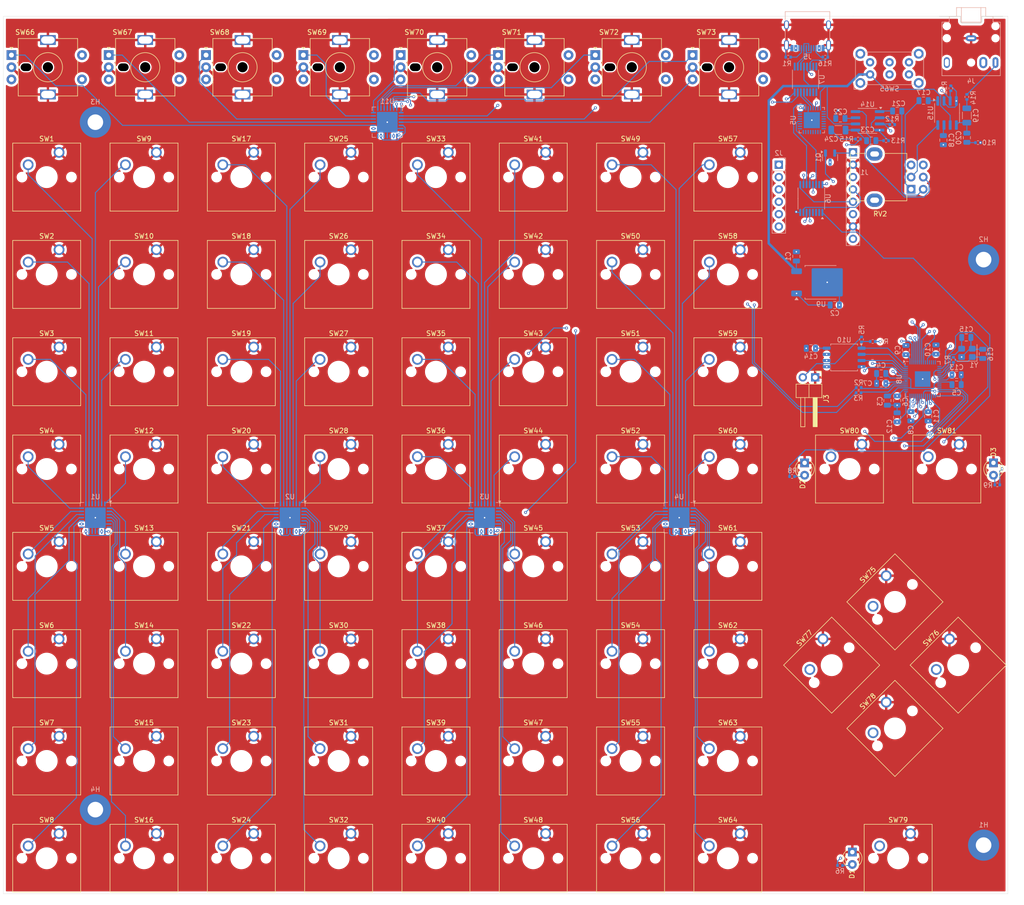
<source format=kicad_pcb>
(kicad_pcb (version 20241229) (generator "pcbnew") (generator_version "9.0")
  (layers (0 "F.Cu" power) (4 "In1.Cu" signal) (6 "In2.Cu" signal) (2 "B.Cu" signal) (13 "F.Paste" user) (15 "B.Paste" user) (5 "F.SilkS" user "F.Silkscreen") (7 "B.SilkS" user "B.Silkscreen") (1 "F.Mask" user) (3 "B.Mask" user) (25 "Edge.Cuts" user))
  (net 0 "")
  (net 1 "+3V3")
  (net 2 "Net-(U1-GPB0)")
  (net 3 "Net-(U1-GPB1)")
  (net 4 "Net-(U1-GPB2)")
  (net 5 "Net-(U1-GPB3)")
  (net 6 "Net-(U1-GPB4)")
  (net 7 "Net-(U1-GPB5)")
  (net 8 "Net-(U1-GPB6)")
  (net 9 "Net-(U1-GPB7)")
  (net 10 "Net-(U1-GPA7)")
  (net 11 "Net-(U1-GPA6)")
  (net 12 "Net-(U1-GPA5)")
  (net 13 "Net-(U1-GPA4)")
  (net 14 "Net-(U1-GPA3)")
  (net 15 "Net-(U1-GPA2)")
  (net 16 "Net-(U1-GPA1)")
  (net 17 "Net-(U1-GPA0)")
  (net 18 "Net-(U2-GPB0)")
  (net 19 "Net-(U2-GPA7)")
  (net 20 "Net-(U2-GPB1)")
  (net 21 "Net-(U2-GPA6)")
  (net 22 "Net-(U2-GPB2)")
  (net 23 "Net-(U2-GPA5)")
  (net 24 "Net-(U2-GPB3)")
  (net 25 "Net-(U2-GPA4)")
  (net 26 "Net-(U2-GPB4)")
  (net 27 "Net-(U2-GPA3)")
  (net 28 "Net-(U2-GPB5)")
  (net 29 "Net-(U2-GPA2)")
  (net 30 "Net-(U2-GPB6)")
  (net 31 "Net-(U2-GPA1)")
  (net 32 "Net-(U2-GPB7)")
  (net 33 "Net-(U2-GPA0)")
  (net 34 "Net-(U3-GPB0)")
  (net 35 "Net-(U3-GPA7)")
  (net 36 "Net-(U3-GPB1)")
  (net 37 "Net-(U3-GPA6)")
  (net 38 "Net-(U3-GPB2)")
  (net 39 "Net-(U3-GPA5)")
  (net 40 "Net-(U3-GPB3)")
  (net 41 "Net-(U3-GPA4)")
  (net 42 "Net-(U3-GPB4)")
  (net 43 "Net-(U3-GPA3)")
  (net 44 "Net-(U3-GPB5)")
  (net 45 "Net-(U3-GPA2)")
  (net 46 "Net-(U3-GPB6)")
  (net 47 "Net-(U3-GPA1)")
  (net 48 "Net-(U3-GPB7)")
  (net 49 "Net-(U3-GPA0)")
  (net 50 "Net-(U4-GPB0)")
  (net 51 "Net-(U4-GPA7)")
  (net 52 "Net-(U4-GPB1)")
  (net 53 "Net-(U4-GPA6)")
  (net 54 "Net-(U4-GPB2)")
  (net 55 "Net-(U4-GPA5)")
  (net 56 "Net-(U4-GPB3)")
  (net 57 "Net-(U4-GPA4)")
  (net 58 "Net-(U4-GPB4)")
  (net 59 "Net-(U4-GPA3)")
  (net 60 "Net-(U4-GPB5)")
  (net 61 "Net-(U4-GPA2)")
  (net 62 "Net-(U4-GPB6)")
  (net 63 "Net-(U4-GPA1)")
  (net 64 "Net-(U4-GPB7)")
  (net 65 "Net-(U4-GPA0)")
  (net 68 "SCK")
  (net 70 "SDA")
  (net 73 "VBUS")
  (net 76 "Net-(U8-XIN)")
  (net 80 "/XTAL_O")
  (net 83 "Net-(SW65A-B)")
  (net 84 "Net-(J5-CC1)")
  (net 86 "Net-(U8-USB_DP)")
  (net 87 "Net-(U8-USB_DM)")
  (net 88 "Net-(U10-~{CS})")
  (net 89 "Net-(U8-XOUT)")
  (net 91 "INT1")
  (net 92 "INT2")
  (net 93 "INT3")
  (net 94 "INT4")
  (net 109 "Net-(U5-I2S_SCLK)")
  (net 114 "Net-(U5-I2S_LRCLK)")
  (net 120 "Net-(U5-I2S_SDIN)")
  (net 124 "Net-(C17-Pad2)")
  (net 127 "BLCK")
  (net 128 "Net-(C17-Pad1)")
  (net 129 "PI_I²S")
  (net 130 "Net-(J1-Pin_1)")
  (net 131 "DIN")
  (net 132 "Net-(J3-Pin_2)")
  (net 135 "Net-(U11-GPA0)")
  (net 137 "Net-(U10-CLK)")
  (net 138 "Net-(U10-~{WP}{slash}IO_{2})")
  (net 143 "Net-(C19-Pad1)")
  (net 145 "Net-(C19-Pad2)")
  (net 146 "Net-(C20-Pad2)")
  (net 148 "Net-(C21-Pad2)")
  (net 149 "Net-(C21-Pad1)")
  (net 152 "Net-(U10-DO{slash}IO_{1})")
  (net 153 "Net-(U10-~{HOLD}{slash}~{RESET}{slash}IO_{3})")
  (net 154 "Net-(U10-DI{slash}IO_{0})")
  (net 155 "Net-(C23-Pad1)")
  (net 156 "Net-(C23-Pad2)")
  (net 158 "Net-(U11-GPB0)")
  (net 159 "Net-(C24-Pad2)")
  (net 160 "Net-(U11-GPB1)")
  (net 161 "Net-(D1-A)")
  (net 162 "Net-(D2-A)")
  (net 163 "GND")
  (net 164 "+1V1")
  (net 166 "Net-(U11-GPA1)")
  (net 169 "Net-(U11-GPA2)")
  (net 170 "Net-(U11-GPB2)")
  (net 173 "Net-(U11-GPB3)")
  (net 175 "Net-(U11-GPA3)")
  (net 176 "Net-(U11-GPB7)")
  (net 178 "Net-(U11-GPA7)")
  (net 180 "Net-(U11-GPA6)")
  (net 181 "Net-(U11-GPB6)")
  (net 185 "Net-(U11-GPA5)")
  (net 187 "Net-(U11-GPB5)")
  (net 189 "Net-(U11-GPB4)")
  (net 191 "Net-(U11-GPA4)")
  (net 192 "Net-(D3-A)")
  (net 193 "GPIO15")
  (net 194 "GPIO14")
  (net 195 "GPIO13")
  (net 196 "lineL")
  (net 197 "lineR")
  (net 198 "Net-(J4-PadR)")
  (net 199 "Net-(J4-PadT)")
  (net 200 "PI_DIN")
  (net 201 "PI_BLCK")
  (net 202 "PI_LRCLK")
  (net 203 "INT5")
  (net 208 "Net-(RV2-Pad2)")
  (net 211 "Net-(RV2-Pad5)")
  (net 212 "GPIO24")
  (net 213 "GPIO23")
  (net 214 "GPIO22")
  (net 215 "GPIO21")
  (net 216 "GPIO20")
  (net 217 "GPIO18")
  (net 218 "GPIO17")
  (net 219 "GPIO16")
  (net 220 "LRCLK")
  (net 234 "/D+")
  (net 235 "/D-")
  (net 236 "1D+")
  (net 237 "1D-")
  (net 238 "2D+")
  (net 239 "2D-")
  (net 241 "Net-(J5-CC2)")
  (net 242 "Net-(U15-BYPASS)")
  (net 243 "Net-(U14-BYPASS)")
  (footprint "Button_Switch_Keyboard:SW_Cherry_MX_1.00u_PCB" (layer "F.Cu") (at 32.512 183.2)
    (property "Reference" "SW8")
    (property "Value" "~")
  )
  (footprint "LED_THT:LED_D3.0mm" (layer "F.Cu") (at 224.5614 107.01 -90)
    (property "Reference" "D3")
    (property "Value" "LED")
  )
  (footprint "Button_Switch_Keyboard:SW_Cherry_MX_1.00u_PCB" (layer "F.Cu") (at 172.512 163.2)
    (property "Reference" "SW63")
    (property "Value" "~")
  )
  (footprint "Button_Switch_Keyboard:SW_Cherry_MX_1.00u_PCB" (layer "F.Cu") (at 32.512 123.2)
    (property "Reference" "SW5")
    (property "Value" "~")
  )
  (footprint "Button_Switch_Keyboard:SW_Cherry_MX_1.00u_PCB" (layer "F.Cu") (at 92.512 63.2)
    (property "Reference" "SW26")
    (property "Value" "~")
  )
  (footprint "Button_Switch_Keyboard:SW_Cherry_MX_1.00u_PCB" (layer "F.Cu") (at 152.512 183.2)
    (property "Reference" "SW56")
    (property "Value" "~")
  )
  (footprint "Rotary_Encoder:RotaryEncoder_Alps_EC11E-Switch_Vertical_H20mm_MountingHoles" (layer "F.Cu") (at 142.722 23.2)
    (property "Reference" "SW72")
    (property "Value" "RotaryEncoder_Switch_MP")
  )
  (footprint "Button_Switch_Keyboard:SW_Cherry_MX_1.00u_PCB" (layer "F.Cu") (at 172.512 63.2)
    (property "Reference" "SW58")
    (property "Value" "~")
  )
  (footprint "Button_Switch_Keyboard:SW_Cherry_MX_1.00u_PCB" (layer "F.Cu") (at 152.512 143.2)
    (property "Reference" "SW54")
    (property "Value" "~")
  )
  (footprint "Button_Switch_Keyboard:SW_Cherry_MX_1.00u_PCB" (layer "F.Cu") (at 172.512 123.2)
    (property "Reference" "SW61")
    (property "Value" "~")
  )
  (footprint "Button_Switch_Keyboard:SW_Cherry_MX_1.00u_PCB" (layer "F.Cu") (at 92.512 83.2)
    (property "Reference" "SW27")
    (property "Value" "~")
  )
  (footprint "Button_Switch_Keyboard:SW_Cherry_MX_1.00u_PCB" (layer "F.Cu") (at 217.5104 103.2)
    (property "Reference" "SW81")
    (property "Value" "SW_Push")
  )
  (footprint "Rotary_Encoder:RotaryEncoder_Alps_EC11E-Switch_Vertical_H20mm_MountingHoles" (layer "F.Cu") (at 122.722 23.2)
    (property "Reference" "SW71")
    (property "Value" "RotaryEncoder_Switch_MP")
  )
  (footprint "Button_Switch_Keyboard:SW_Cherry_MX_1.00u_PCB" (layer "F.Cu") (at 72.512 143.2)
    (property "Reference" "SW22")
    (property "Value" "~")
  )
  (footprint "Button_Switch_Keyboard:SW_Cherry_MX_1.00u_PCB" (layer "F.Cu") (at 92.512 183.2)
    (property "Reference" "SW32")
    (property "Value" "~")
  )
  (footprint "Button_Switch_Keyboard:SW_Cherry_MX_1.00u_PCB" (layer "F.Cu") (at 52.512 123.2)
    (property "Reference" "SW13")
    (property "Value" "~")
  )
  (footprint "Button_Switch_Keyboard:SW_Cherry_MX_1.00u_PCB" (layer "F.Cu") (at 72.512 123.2)
    (property "Reference" "SW21")
    (property "Value" "~")
  )
  (footprint "Button_Switch_Keyboard:SW_Cherry_MX_1.00u_PCB" (layer "F.Cu") (at 32.512 63.2)
    (property "Reference" "SW2")
    (property "Value" "~")
  )
  (footprint "Button_Switch_Keyboard:SW_Cherry_MX_1.00u_PCB" (layer "F.Cu") (at 202.512 156.2 45)
    (property "Reference" "SW78")
    (property "Value" "SW_Push")
  )
  (footprint "Button_Switch_Keyboard:SW_Cherry_MX_1.00u_PCB" (layer "F.Cu") (at 132.512 183.2)
    (property "Reference" "SW48")
    (property "Value" "~")
  )
  (footprint "Button_Switch_Keyboard:SW_Cherry_MX_1.00u_PCB" (layer "F.Cu") (at 152.512 83.2)
    (property "Reference" "SW51")
    (property "Value" "~")
  )
  (footprint "Button_Switch_Keyboard:SW_Cherry_MX_1.00u_PCB" (layer "F.Cu") (at 72.512 83.2)
    (property "Reference" "SW19")
    (property "Value" "~")
  )
  (footprint "Button_Switch_Keyboard:SW_Cherry_MX_1.00u_PCB" (layer "F.Cu") (at 72.512 183.2)
    (property "Reference" "SW24")
    (property "Value" "~")
  )
  (footprint "Button_Switch_Keyboard:SW_Cherry_MX_1.00u_PCB" (layer "F.Cu") (at 52.512 143.2)
    (property "Reference" "SW14")
    (property "Value" "~")
  )
  (footprint "Button_Switch_Keyboard:SW_Cherry_MX_1.00u_PCB" (layer "F.Cu") (at 132.512 43.2)
    (property "Reference" "SW41")
    (property "Value" "~")
  )
  (footprint "Button_Switch_Keyboard:SW_Cherry_MX_1.00u_PCB" (layer "F.Cu") (at 32.512 163.2)
    (property "Reference" "SW7")
    (property "Value" "~")
  )
  (footprint "Button_Switch_Keyboard:SW_Cherry_MX_1.00u_PCB" (layer "F.Cu") (at 202.512 130.2 45)
    (property "Reference" "SW75")
    (property "Value" "SW_Push")
  )
  (footprint "Button_Switch_Keyboard:SW_Cherry_MX_1.00u_PCB" (layer "F.Cu") (at 32.512 43.2)
    (property "Reference" "SW1")
    (property "Value" "~")
  )
  (footprint "Button_Switch_Keyboard:SW_Cherry_MX_1.00u_PCB" (layer "F.Cu") (at 92.512 123.2)
    (property "Reference" "SW29")
    (property "Value" "~")
  )
  (footprint "Button_Switch_Keyboard:SW_Cherry_MX_1.00u_PCB" (layer "F.Cu") (at 112.512 103.2)
    (property "Reference" "SW36")
    (property "Value" "~")
  )
  (footprint "Button_Switch_Keyboard:SW_Cherry_MX_1.00u_PCB" (layer "F.Cu") (at 172.512 183.2)
    (property "Reference" "SW64")
    (property "Value" "~")
  )
  (footprint "Button_Switch_Keyboard:SW_Cherry_MX_1.00u_PCB" (layer "F.Cu") (at 72.512 63.2)
    (property "Reference" "SW18")
    (property "Value" "~")
  )
  (footprint "Button_Switch_Keyboard:SW_Cherry_MX_1.00u_PCB" (layer "F.Cu") (at 207.512 183.2)
    (property "Reference" "SW79")
    (property "Value" "SW_Push")
  )
  (footprint "Button_Switch_Keyboard:SW_Cherry_MX_1.00u_PCB" (layer "F.Cu") (at 215.512 143.2 45)
    (property "Reference" "SW76")
    (property "Value" "SW_Push")
  )
  (footprint "Button_Switch_Keyboard:SW_Cherry_MX_1.00u_PCB" (layer "F.Cu") (at 132.512 83.2)
    (property "Reference" "SW43")
    (property "Value" "~")
  )
  (footprint "Button_Switch_Keyboard:SW_Cherry_MX_1.00u_PCB" (layer "F.Cu") (at 172.512 83.2)
    (property "Reference" "SW59")
    (property "Value" "~")
  )
  (footprint "Button_Switch_Keyboard:SW_Cherry_MX_1.00u_PCB" (layer "F.Cu") (at 32.512 83.2)
    (property "Reference" "SW3")
    (property "Value" "~")
  )
  (footprint "Button_Switch_Keyboard:SW_Cherry_MX_1.00u_PCB" (layer "F.Cu") (at 172.512 43.2)
    (property "Reference" "SW57")
    (property "Value" "~")
  )
  (footprint "Button_Switch_Keyboard:SW_Cherry_MX_1.00u_PCB" (layer "F.Cu") (at 92.512 163.2)
    (property "Reference" "SW31")
    (property "Value" "~")
  )
  (footprint "Button_Switch_Keyboard:SW_Cherry_MX_1.00u_PCB" (layer "F.Cu") (at 112.512 143.2)
    (property "Reference" "SW38")
    (property "Value" "~")
  )
  (footprint "Button_Switch_Keyboard:SW_Cherry_MX_1.00u_PCB" (layer "F.Cu") (at 52.512 83.2)
    (property "Reference" "SW11")
    (property "Value" "~")
  )
  (footprint "Button_Switch_Keyboard:SW_Cherry_MX_1.00u_PCB" (layer "F.Cu") (at 52.512 63.2)
    (property "Reference" "SW10")
    (property "Value" "~")
  )
  (footprint "Potentiometer_THT:Potentiometer_Alpha_RD902F-40-00D_Dual_Vertical" (layer "F.Cu") (at 207.631 50.78 180)
    (property "Reference" "RV2")
    (property "Value" "R_Potentiometer_Dual")
  )
  (footprint "Button_Switch_Keyboard:SW_Cherry_MX_1.00u_PCB" (layer "F.Cu") (at 32.512 143.2)
    (property "Reference" "SW6")
    (property "Value" "~")
  )
  (footprint "Rotary_Encoder:RotaryEncoder_Alps_EC11E-Switch_Vertical_H20mm_MountingHoles" (layer "F.Cu") (at 62.722 23.2)
    (property "Reference" "SW68")
    (property "Value" "RotaryEncoder_Switch_MP")
  )
  (footprint "Button_Switch_Keyboard:SW_Cherry_MX_1.00u_PCB" (layer "F.Cu") (at 92.512 143.2)
    (property "Reference" "SW30")
    (property "Value" "~")
  )
  (footprint "Button_Switch_Keyboard:SW_Cherry_MX_1.00u_PCB" (layer "F.Cu") (at 112.512 183.2)
    (property "Reference" "SW40")
    (property "Value" "~")
  )
  (footprint "Connector_PinHeader_2.54mm:PinHeader_1x02_P2.54mm_Horizontal" (layer "F.Cu") (at 187.9142 89.4426 -90)
    (property "Reference" "J3")
    (property "Value" "Conn_01x02_Pin")
  )
  (footprint "Button_Switch_Keyboard:SW_Cherry_MX_1.00u_PCB" (layer "F.Cu") (at 132.512 123.2)
    (property "Reference" "SW45")
    (property "Value" "~")
  )
  (footprint "Rotary_Encoder:RotaryEncoder_Alps_EC11E-Switch_Vertical_H20mm_MountingHoles" (layer "F.Cu") (at 102.722 23.2)
    (property "Reference" "SW70")
    (property "Value" "RotaryEncoder_Switch_MP")
  )
  (footprint "Button_Switch_Keyboard:SW_Cherry_MX_1.00u_PCB" (layer "F.Cu") (at 52.512 103.2)
    (property "Reference" "SW12")
    (property "Value" "~")
  )
  (footprint "Button_Switch_Keyboard:SW_Cherry_MX_1.00u_PCB" (layer "F.Cu") (at 112.512 163.2)
    (property "Reference" "SW39")
    (property "Value" "~")
  )
  (footprint "Button_Switch_Keyboard:SW_Cherry_MX_1.00u_PCB" (layer "F.Cu") (at 172.512 143.2)
    (property "Reference" "SW62")
    (property "Value" "~")
  )
  (footprint "Button_Switch_Keyboard:SW_Cherry_MX_1.00u_PCB" (layer "F.Cu") (at 72.512 103.2)
    (property "Reference" "SW20")
    (property "Value" "~")
  )
  (footprint "LED_THT:LED_D3.0mm" (layer "F.Cu") (at 185.7502 107.01 -90)
    (property "Reference" "D2")
    (property "Value" "LED")
  )
  (footprint "Button_Switch_Keyboard:SW_Cherry_MX_1.00u_PCB" (layer "F.Cu") (at 52.512 183.2)
    (property "Reference" "SW16")
    (property "Value" "~")
  )
  (footprint "Rotary_Encoder:RotaryEncoder_Alps_EC11E-Switch_Vertical_H20mm_MountingHoles" (layer "F.Cu") (at 42.722 23.2)
    (property "Reference" "SW67")
    (property "Value" "RotaryEncoder_Switch_MP")
  )
  (footprint "Button_Switch_Keyboard:SW_Cherry_MX_1.00u_PCB" (layer "F.Cu") (at 52.512 163.2)
    (property "Reference" "SW15")
    (property "Value" "~")
  )
  (footprint "Button_Switch_Keyboard:SW_Cherry_MX_1.00u_PCB" (layer "F.Cu") (at 152.512 123.2)
    (property "Reference" "SW53")
    (property "Value" "~")
  )
  (footprint "Button_Switch_Keyboard:SW_Cherry_MX_1.00u_PCB" (layer "F.Cu") (at 152.512 163.2)
    (property "Reference" "SW55")
    (property "Value" "~")
  )
  (footprint "Button_Switch_Keyboard:SW_Cherry_MX_1.00u_PCB" (layer "F.Cu") (at 112.512 63.2)
    (property "Reference" "SW34")
    (property "Value" "~")
  )
  (footprint "Button_Switch_Keyboard:SW_Cherry_MX_1.00u_PCB" (layer "F.Cu") (at 197.5104 103.2)
    (property "Reference" "SW80")
    (property "Value" "SW_Push")
  )
  (footprint "Button_Switch_Keyboard:SW_Cherry_MX_1.00u_PCB" (layer "F.Cu") (at 72.512 163.2)
    (property "Reference" "SW23")
    (property "Value" "~")
  )
  (footprint "Button_Switch_Keyboard:SW_Cherry_MX_1.00u_PCB" (layer "F.Cu") (at 112.512 83.2)
    (property "Reference" "SW35")
    (property "Value" "~")
  )
  (footprint "Button_Switch_Keyboard:SW_Cherry_MX_1.00u_PCB" (layer "F.Cu") (at 92.512 103.2)
    (property "Reference" "SW28")
    (property "Value" "~")
  )
  (footprint "Button_Switch_Keyboard:SW_Cherry_MX_1.00u_PCB" (layer "F.Cu") (at 112.512 123.2)
    (property "Reference" "SW37")
    (property "Value" "~")
  )
  (footprint "Button_Switch_Keyboard:SW_Cherry_MX_1.00u_PCB" (layer "F.Cu") (at 189.512 143.2 45)
    (property "Reference" "SW77")
    (property "Value" "SW_Push")
  )
  (footprint "Button_Switch_Keyboard:SW_Cherry_MX_1.00u_PCB" (layer "F.Cu") (at 92.512 43.2)
    (property "Reference" "SW25")
    (property "Value" "~")
  )
  (footprint "Rotary_Encoder:RotaryEncoder_Alps_EC11E-Switch_Vertical_H20mm_MountingHoles" (layer "F.Cu") (at 82.722 23.2)
    (property "Reference" "SW69")
    (property "Value" "RotaryEncoder_Switch_MP")
  )
  (footprint "Rotary_Encoder:RotaryEncoder_Alps_EC11E-Switch_Vertical_H20mm_MountingHoles" (layer "F.Cu") (at 22.722 23.2)
    (property "Reference" "SW66")
    (property "Value" "RotaryEncoder_Switch_MP")
  )
  (footprint "Button_Switch_Keyboard:SW_Cherry_MX_1.00u_PCB" (layer "F.Cu") (at 132.512 63.2)
    (property "Reference" "SW42")
    (property "Value" "~")
  )
  (footprint "Button_Switch_Keyboard:SW_Cherry_MX_1.00u_PCB" (layer "F.Cu") (at 132.512 143.2)
    (property "Reference" "SW46")
    (property "Value" "~")
  )
  (footprint "Button_Switch_Keyboard:SW_Cherry_MX_1.00u_PCB" (layer "F.Cu") (at 72.512 43.2)
    (property "Reference" "SW17")
    (property "Value" "~")
  )
  (footprint "Button_Switch_Keyboard:SW_Cherry_MX_1.00u_PCB" (layer "F.Cu") (at 152.512 43.2)
    (property "Reference" "SW49")
    (property "Value" "~")
  )
  (footprint "Button_Switch_Keyboard:SW_Cherry_MX_1.00u_PCB" (layer "F.Cu") (at 152.512 103.2)
    (property "Reference" "SW52")
    (property "Value" "~")
  )
  (footprint "Button_Switch_Keyboard:SW_Cherry_MX_1.00u_PCB" (layer "F.Cu") (at 132.512 163.2)
    (property "Reference" "SW47")
    (property "Value" "~")
  )
  (footprint "Button_Switch_Keyboard:SW_Cherry_MX_1.00u_PCB" (layer "F.Cu") (at 52.512 43.2)
    (property "Reference" "SW9")
    (property "Value" "~")
  )
  (footprint "Button_Switch_Keyboard:SW_Cherry_MX_1.00u_PCB" (layer "F.Cu") (at 132.512 103.2)
    (property "Reference" "SW44")
    (property "Value" "~")
  )
  (footprint "Button_Switch_Keyboard:SW_Cherry_MX_1.00u_PCB" (layer "F.Cu") (at 112.512 43.2)
    (property "Reference" "SW33")
    (property "Value" "~")
  )
  (footprint "Rotary_Encoder:RotaryEncoder_Alps_EC11E-Switch_Vertical_H20mm_MountingHoles" (layer "F.Cu") (at 162.722 23.2)
    (property "Reference" "SW73")
    (property "Value" "RotaryEncoder_Switch_MP")
  )
  (footprint "Button_Switch_Keyboard:SW_Cherry_MX_1.00u_PCB" (layer "F.Cu") (at 152.512 63.2)
    (property "Reference" "SW50")
    (property "Value" "~")
  )
  (footprint "Button_Switch_Keyboard:SW_Cherry_MX_1.00u_PCB" (layer "F.Cu") (at 32.512 103.2)
    (property "Reference" "SW4")
    (property "Value" "~")
  )
  (footprint "LED_THT:LED_D3.0mm" (layer "F.Cu") (at 195.5546 187.01 -90)
    (property "Reference" "D1")
    (property "Value" "LED")
  )
  (footprint "Button_Switch_Keyboard:SW_Cherry_MX_1.00u_PCB" (layer "F.Cu") (at 172.512 103.2)
    (property "Reference" "SW60")
    (property "Value" "~")
  )
  (footprint "Capacitor_SMD:C_0805_2012Metric" (layer "B.Cu") (at 204.76515 97.663 90)
    (property "Reference" "C12")
    (property "Value" "100nF")
  )
  (footprint "Package_DFN_QFN:QFN-28-1EP_6x6mm_P0.65mm_EP4.25x4.25mm" (layer "B.Cu") (at 99.972 36.99 180)
    (property "Reference" "U11")
    (property "Value" "MCP23017_ML")
  )
  (footprint "Capacitor_SMD:C_0805_2012Metric" (layer "B.Cu") (at 210.1992 32.5628 180)
    (property "Reference" "C17")
    (property "Value" "10µF")
  )
  (footprint "Capacitor_SMD:C_0805_2012Metric" (layer "B.Cu") (at 199.4408 40.7812)
    (property "Reference" "C23")
    (property "Value" "50nF")
  )
  (footprint "Capacitor_SMD:C_0805_2012Metric" (layer "B.Cu") (at 214.2632 40.6908 90)
    (property "Reference" "C18")
    (property "Value" "10µF")
  )
  (footprint "Connector_PinHeader_2.54mm:PinHeader_1x06_P2.54mm_Vertical" (layer "B.Cu") (at 180.4472 45.7297 180)
    (property "Reference" "J2")
    (property "Value" "Conn_01x06_Socket")
  )
  (footprint "Resistor_SMD:R_0402_1005Metric" (layer "B.Cu") (at 183.1594 109.8042)
    (property "Reference" "R8")
    (property "Value" "220")
  )
  (footprint "Resistor_SMD:R_0402_1005Metric" (layer "B.Cu") (at 202.4888 40.7812)
    (property "Reference" "R13")
    (property "Value" "10")
  )
  (footprint "Button_Switch_THT:SW_E-Switch_EG2219_DPDT_Angled" (layer "B.Cu") (at 199.1985 27.1765)
    (property "Reference" "SW65")
    (property "Value" "SW_DPDT_x2")
  )
  (footprint "Capacitor_SMD:C_0805_2012Metric" (layer "B.Cu") (at 222.36735 84.6074 -90)
    (property "Reference" "C16")
    (property "Value" "22pF")
  )
  (footprint "Capacitor_SMD:C_0805_2012Metric" (layer "B.Cu") (at 212.74075 83.7184 -90)
    (property "Reference" "C10")
    (property "Value" "100nF")
  )
  (footprint "Resistor_SMD:R_0402_1005Metric" (layer "B.Cu") (at 216.32215 85.8266 -90)
    (property "Reference" "R7")
    (property "Value" "1k")
  )
  (footprint "Package_TO_SOT_SMD:TO-252-2" (layer "B.Cu") (at 189.1302 69.9045)
    (property "Reference" "U9")
    (property "Value" "NCP1117-3.3_TO252")
  )
  (footprint "Crystal:Crystal_SMD_3225-4Pin_3.2x2.5mm" (layer "B.Cu") (at 219.11615 84.4042 180)
    (property "Reference" "Y1")
    (property "Value" "12MHz")
  )
  (footprint "Resistor_SMD:R_0402_1005Metric" (layer "B.Cu") (at 219.0892 31.8008 -90)
    (property "Reference" "R14")
    (property "Value" "100")
  )
  (footprint "Package_DFN_QFN:QFN-28-1EP_6x6mm_P0.65mm_EP4.25x4.25mm" (layer "B.Cu") (at 39.972 118.28 180)
    (property "Reference" "U1")
    (property "Value" "MCP23017_ML")
  )
  (footprint "Capacitor_SMD:C_0805_2012Metric" (layer "B.Cu") (at 201.48855 88.646 180)
    (property "Reference" "C4")
    (property "Value" "100nF")
  )
  (footprint "Connector_USB:USB_C_Receptacle_G-Switch_GT-USB-7010ASV" (layer "B.Cu") (at 186.34 18.05)
    (property "Reference" "J5")
    (property "Value" "USB_C_Receptacle_USB2.0_16P")
  )
  (footprint "Capacitor_SMD:C_0805_2012Metric" (layer "B.Cu") (at 207.58455 97.4344 90)
    (property "Reference" "C8")
    (property "Value" "100nF")
  )
  (footprint "MountingHole:MountingHole_3.2mm_M3_Pad_TopOnly" (layer "B.Cu") (at 222.5308 185.58 180)
    (property "Reference" "H1")
    (property "Value" "MountingHole_Pad")
  )
  (footprint "Resistor_SMD:R_0402_1005Metric" (layer "B.Cu") (at 215.7872 30.0228 -90)
    (property "Reference" "R11")
    (property "Value" "10K")
  )
  (footprint "Resistor_SMD:R_0402_1005Metric" (layer "B.Cu") (at 225.3488 111.5314 180)
    (property "Reference" "R9")
    (property "Value" "220")
  )
  (footprint "Package_TO_SOT_SMD:SOT-23" (layer "B.Cu") (at 190.9826 44.2722 -90)
    (property "Reference" "Q1")
    (property "Value" "AO3401A")
  )
  (footprint "Capacitor_SMD:C_1206_3216Metric" (layer "B.Cu") (at 219.0892 35.6108 90)
    (property "Reference" "C19")
    (property "Value" "250µF")
  )
  (footprint "Package_SO:QSOP-16_3.9x4.9mm_P0.635mm" (layer "B.Cu") (at 185.928 28.194 90)
    (property "Reference" "U7")
    (property "Value" "CH334R")
  )
  (footprint "Capacitor_SMD:C_0805_2012Metric" (layer "B.Cu") (at 201.48855 90.678)
    (property "Reference" "C7")
    (property "Value" "100nF")
  )
  (footprint "MountingHole:MountingHole_3.2mm_M3_Pad_TopOnly" (layer "B.Cu") (at 39.972 36.99 180)
    (property "Reference" "H3")
    (property "Value" "MountingHole_Pad")
  )
  (footprint "Capacitor_SMD:C_0805_2012Metric" (layer "B.Cu") (at 204.76515 94.2086 -90)
    (property "Reference" "C6")
    (property "Value" "1µF")
  )
  (footprint "Capacitor_SMD:C_0805_2012Metric" (layer "B.Cu") (at 206.56855 83.82 -90)
    (property "Reference" "C9")
    (property "Value" "100nF")
  )
  (footprint "MountingHole:MountingHole_3.2mm_M3_Pad_TopOnly" (layer "B.Cu") (at 39.972 178.28 180)
    (property "Reference" "H4")
    (property "Value" "MountingHole_Pad")
  )
  (footprint "Resistor_SMD:R_0402_1005Metric" (layer "B.Cu") (at 189.992 23.622 180)
    (property "Reference" "R16")
    (property "Value" "5.1K")
  )
  (footprint "Capacitor_SMD:C_0805_2012Metric" (layer "B.Cu") (at 187.03595 83.4644)
    (property "Reference" "C14")
    (property "Value" "100nF")
  )
  (footprint "Capacitor_SMD:C_0805_2012Metric" (layer "B.Cu") (at 219.0892 40.1828 -90)
    (property "Reference" "C20")
    (property "Value" "50nF")
  )
  (footprint "Capacitor_SMD:C_0805_2012Metric" (layer "B.Cu") (at 184.0502 64.5705 -90)
    (property "Reference" "C1")
    (property "Value" "10µF")
  )
  (footprint "Resistor_SMD:R_0402_1005Metric" (layer "B.Cu") (at 197.44995 81.6356 90)
    (property "Reference" "R5")
    (property "Value" "1K")
  )
  (footprint "Package_DFN_QFN:QFN-28-1EP_6x6mm_P0.65mm_EP4.25x4.25mm" (layer "B.Cu") (at 159.972 118.28 180)
    (property "Reference" "U4")
    (property "Value" "MCP23017_ML")
  )
  (footprint "Package_DFN_QFN:QFN-56-1EP_7x7mm_P0.4mm_EP3.2x3.2mm" (layer "B.Cu") (at 210.00605 89.786 -90)
    (property "Reference" "U8")
    (property "Value" "RP2040")
  )
  (footprint "Resistor_SMD:R_0402_1005Metric" (layer "B.Cu") (at 221.3752 41.1988)
    (property "Reference" "R10")
    (property "Value" "10")
  )
  (footprint "Capacitor_SMD:C_0805_2012Metric" (layer "B.Cu") (at 218.9734 81.2292 180)
    (property "Reference" "C15")
    (property "Value" "22pF")
  )
  (footprint "Resistor_SMD:R_0402_1005Metric" (layer "B.Cu") (at 203.7588 37.4792 180)
    (property "Reference" "R12")
    (property "Value" "10K")
  )
  (footprint "Resistor_SMD:R_0402_1005Metric" (layer "B.Cu") (at 196.84035 92.6084 180)
    (property "Reference" "R3")
    (property "Value" "27")
  )
  (footprint "Capacitor_SMD:C_0805_2012Metric" (layer "B.Cu") (at 193.0908 36.2092)
    (property "Reference" "C22")
    (property "Value" "10µF")
  )
  (footprint "Capacitor_SMD:C_0805_2012Metric" (layer "B.Cu") (at 204.7748 34.6852)
    (property "Reference" "C21")
    (property "Value" "10µF")
  )
  (footprint "Package_SO:SOIC-8_3.9x4.9mm_P1.27mm" (layer "B.Cu") (at 215.0252 35.1028 -90)
    (property "Reference" "U15")
    (property "Value" "LM386")
  )
  (footprint "Capacitor_SMD:C_0805_2012Metric" (layer "B.Cu") (at 216.98255 88.9)
    (property "Reference" "C13")
    (property "Value" "100nF")
  )
  (footprint "MountingHole:MountingHole_3.2mm_M3_Pad_TopOnly" (layer "B.Cu") (at 222.5332 65.2358 180)
    (property "Reference" "H2")
    (property "Value" "MountingHole_Pad")
  )
  (footprint "Resistor_SMD:R_0402_1005Metric" (layer "B.Cu") (at 193.0146 189.7634)
    (property "Reference" "R6")
    (property "Value" "220")
  )
  (footprint "Package_DFN_QFN:QFN-28-1EP_6x6mm_P0.65mm_EP4.25x4.25mm" (layer "B.Cu") (at 79.972 118.28 180)
    (property "Reference" "U2")
    (property "Value" "MCP23017_ML")
  )
  (footprint "Package_SO:SOIC-8_3.9x4.9mm_P1.27mm" (layer "B.Cu") (at 198.6788 36.7172 180)
    (property "Reference" "U14")
    (property "Value" "LM386")
  )
  (footprint "Package_DFN_QFN:QFN-28-1EP_6x6mm_P0.65mm_EP4.25x4.25mm" (layer "B.Cu") (at 119.972 118.28 180)
    (property "Reference" "U3")
    (property "Value" "MCP23017_ML")
  )
  (footprint "Capacitor_SMD:C_0805_2012Metric" (layer "B.Cu") (at 211.14055 97.4598 90)
    (property "Reference" "C11")
    (property "Value" "100nF")
  )
  (footprint "Package_SO:TSSOP-16_4.4x5mm_P0.65mm" (layer "B.Cu") (at 187.1218 52.6796 90)
    (property "Reference" "U6")
    (property "Value" "TMUX1574PW")
  )
  (footprint "Capacitor_SMD:C_1206_3216Metric" (layer "B.Cu") (at 192.6844 38.608 180)
    (property "Reference" "C24")
    (property "Value" "250µF")
  )
  (footprint "Package_DFN_QFN:QFN-32-1EP_5x5mm_P0.5mm_EP3.3x3.3mm" (layer "B.Cu") (at 187.229 36.576 -90)
    (property "Reference" "U5")
    (property "Value" "CP2615-xx-xM")
  )
  (footprint "Connector_Audio:Jack_3.5mm_CUI_SJ1-3524N_Horizontal" (layer "B.Cu") (at 219.972 19.7358)
    (property "Reference" "J4")
    (property "Value" "AudioJack3_Ground")
    (fp_line (start -2.2 -4.5) (end -6.5 -4.5) (stroke (width 0.12)) (layer "Edge.Cuts"))
    (fp_line (start -2.2 -3.5) (end -2.2 -4.5) (stroke (width 0.12)) (layer "Edge.Cuts"))
    (fp_line (start 1.8 -3.1) (end -1.8 -3.1) (stroke (width 0.12)) (layer "Edge.Cuts"))
    (fp_line (start 2.2 -4.5) (end 6.5 -4.5) (stroke (width 0.12)) (layer "Edge.Cuts"))
    (fp_line (start 2.2 -3.5) (end 2.2 -4.5) (stroke (width 0.12)) (layer "Edge.Cuts"))
    (fp_arc (start -1.8 -3.1) (mid -2.082842 -3.217158) (end -2.2 -3.5) (stroke (width 0.12)) (layer "Edge.Cuts"))
    (fp_arc (start 2.2 -3.5) (mid 2.082843 -3.217157) (end 1.8 -3.1) (stroke (width 0.12)) (layer "Edge.Cuts"))
  )
  (footprint "Capacitor_SMD:C_0805_2012Metric" (layer "B.Cu") (at 216.98255 90.932)
    (property "Reference" "C5")
    (property "Value" "100nF")
  )
  (footprint "Resistor_SMD:R_0402_1005Metric" (layer "B.Cu") (at 196.86575 91.5416)
    (property "Reference" "R2")
    (property "Value" "27")
  )
  (footprint "Resistor_SMD:R_0402_1005Metric" (layer "B.Cu") (at 196.723 40.4622 180)
    (property "Reference" "R15")
    (property "Value" "100")
  )
  (footprint "Capacitor_SMD:C_0805_2012Metric" (layer "B.Cu") (at 202.75855 94.2086 -90)
    (property "Reference" "C3")
    (property "Value" "1µF")
  )
  (footprint "Capacitor_SMD:C_0805_2012Metric" (layer "B.Cu") (at 191.9496 74.5781)
    (property "Reference" "C2")
    (property "Value" "10µF")
  )
  (footprint "Package_SO:SOIC-8_5.3x5.3mm_P1.27mm" (layer "B.Cu") (at 193.86855 85.344 180)
    (property "Reference" "U10")
    (property "Value" "W25Q128JVS")
  )
  (footprint "Resistor_SMD:R_0402_1005Metric" (layer "B.Cu") (at 182.372 23.622 180)
    (property "Reference" "R1")
    (property "Value" "5.1K")
  )
  (footprint "Connector_PinHeader_2.54mm:PinHeader_1x08_P2.54mm_Vertical" (layer "B.Cu") (at 195.6872 43.1897 180)
    (property "Reference" "J1")
    (property "Value" "Conn_01x08_Socket")
  )
  (footprint "Resistor_SMD:R_0402_1005Metric" (layer "B.Cu") (at 199.7456 82.0674 180)
    (property "Reference" "R4")
    (property "Value" "10K")
  )
  (gr_line (start 227.5332 15.2358) (end 226.472 15.2358) (stroke (width 0.05)) (layer "Edge.Cuts"))
  (gr_line (start 21.082 15.239981) (end 213.472 15.2358) (stroke (width 0.05)) (layer "Edge.Cuts"))
  (gr_line (start 227.5308 195.58) (end 21.082 195.58) (stroke (width 0.05)) (layer "Edge.Cuts"))
  (gr_line (start 21.082 195.579981) (end 21.082 15.239981) (stroke (width 0.05)) (layer "Edge.Cuts"))
  (gr_line (start 227.5332 15.2358) (end 227.5308 195.579563) (stroke (width 0.05)) (layer "Edge.Cuts"))
  (via (at 190.9826 45.2097) (size 0.6) (drill 0.3) (layers "F.Cu" "B.Cu") (net 1))
  (via (at 211.14055 96.5098) (size 0.6) (drill 0.3) (layers "F.Cu" "B.Cu") (net 1))
  (via (at 204.76515 93.2586) (size 0.6) (drill 0.3) (layers "F.Cu" "B.Cu") (net 1))
  (via (at 202.43855 90.678) (size 0.6) (drill 0.3) (layers "F.Cu" "B.Cu") (net 1))
  (via (at 201.2696 82.0928) (size 0.6) (drill 0.3) (layers "F.Cu" "B.Cu") (net 1))
  (via (at 192.8996 74.5781) (size 0.6) (drill 0.3) (layers "F.Cu" "B.Cu") (net 1))
  (via (at 187.198 27.178) (size 0.6) (drill 0.3) (layers "F.Cu" "B.Cu") (net 1))
  (via (at 38.022 121.1175) (size 0.6) (drill 0.3) (layers "F.Cu" "B.Cu") (net 1))
  (via (at 207.58455 96.4844) (size 0.6) (drill 0.3) (layers "F.Cu" "B.Cu") (net 1))
  (via (at 190.2714 49.6316) (size 0.6) (drill 0.3) (layers "F.Cu" "B.Cu") (net 1))
  (via (at 212.74075 84.6684) (size 0.6) (drill 0.3) (layers "F.Cu" "B.Cu") (net 1))
  (via (at 98.672 39.8275) (size 0.6) (drill 0.3) (layers "F.Cu" "B.Cu") (net 1))
  (via (at 188.214 33.02) (size 0.6) (drill 0.3) (layers "F.Cu" "B.Cu") (net 1))
  (via (at 159.322 121.1175) (size 0.6) (drill 0.3) (layers "F.Cu" "B.Cu") (net 1))
  (via (at 187.98595 83.4644) (size 0.6) (drill 0.3) (layers "F.Cu" "B.Cu") (net 1))
  (via (at 119.322 121.1175) (size 0.6) (drill 0.3) (layers "F.Cu" "B.Cu") (net 1))
  (via (at 204.76515 98.613) (size 0.6) (drill 0.3) (layers "F.Cu" "B.Cu") (net 1))
  (via (at 216.03255 88.9) (size 0.6) (drill 0.3) (layers "F.Cu" "B.Cu") (net 1))
  (via (at 190.3902 69.9045) (size 0.6) (drill 0.3) (layers "F.Cu" "B.Cu") (net 1))
  (via (at 78.022 121.1175) (size 0.6) (drill 0.3) (layers "F.Cu" "B.Cu") (net 1))
  (via (at 206.56855 84.77) (size 0.6) (drill 0.3) (layers "F.Cu" "B.Cu") (net 1))
  (segment (start 80.389176 121.931) (end 79.972 121.513824) (width 0.2) (layer "B.Cu") (net 1))
  (segment (start 42.748943 121.931) (end 38.365 121.931) (width 0.2) (layer "B.Cu") (net 1))
  (segment (start 118.022 121.629999) (end 118.323001 121.931) (width 0.2) (layer "B.Cu") (net 1))
  (segment (start 123.623 120.812943) (end 122.504943 121.931) (width 0.2) (layer "B.Cu") (net 1))
  (segment (start 211.00605 93.2235) (end 211.00605 95.5219) (width 0.2) (layer "B.Cu") (net 1))
  (segment (start 159.020999 121.931) (end 159.322 121.629999) (width 0.2) (layer "B.Cu") (net 1))
  (segment (start 163.321999 118.93) (end 163.623 119.231001) (width 0.2) (layer "B.Cu") (net 1))
  (segment (start 159.972 121.1175) (end 159.322 121.1175) (width 0.2) (layer "B.Cu") (net 1))
  (segment (start 78.022 121.1175) (end 78.022 121.629999) (width 0.2) (layer "B.Cu") (net 1))
  (segment (start 206.56855 89.986) (end 206.56855 90.386) (width 0.2) (layer "B.Cu") (net 1))
  (segment (start 83.321999 118.93) (end 83.623 119.231001) (width 0.2) (layer "B.Cu") (net 1))
  (segment (start 102.154824 40.641) (end 103.632 39.163824) (width 0.2) (layer "B.Cu") (net 1))
  (segment (start 83.623 119.231001) (end 83.623 120.462824) (width 0.2) (layer "B.Cu") (net 1))
  (segment (start 82.8095 118.93) (end 83.321999 118.93) (width 0.2) (layer "B.Cu") (net 1))
  (segment (start 204.76515 93.2586) (end 206.03775 91.986) (width 0.2) (layer "B.Cu") (net 1))
  (segment (start 158.022 121.1175) (end 158.022 121.629999) (width 0.2) (layer "B.Cu") (net 1))
  (segment (start 160.1355 121.931) (end 159.322 121.1175) (width 0.2) (layer "B.Cu") (net 1))
  (segment (start 119.739176 121.931) (end 119.322 121.513824) (width 0.2) (layer "B.Cu") (net 1))
  (segment (start 192.8996 74.5781) (end 192.8996 72.4139) (width 0.2) (layer "B.Cu") (net 1))
  (segment (start 192.8996 72.4139) (end 190.3902 69.9045) (width 0.2) (layer "B.Cu") (net 1))
  (segment (start 98.672 39.8275) (end 98.672 40.223824) (width 0.2) (layer "B.Cu") (net 1))
  (segment (start 211.8677 84.6684) (end 212.74075 84.6684) (width 0.2) (layer "B.Cu") (net 1))
  (segment (start 159.322 121.629999) (end 159.322 121.1175) (width 0.2) (layer "B.Cu") (net 1))
  (segment (start 158.323001 121.931) (end 159.020999 121.931) (width 0.2) (layer "B.Cu") (net 1))
  (segment (start 211.14055 95.6564) (end 211.14055 96.5098) (width 0.2) (layer "B.Cu") (net 1))
  (segment (start 99.089176 40.641) (end 102.154824 40.641) (width 0.2) (layer "B.Cu") (net 1))
  (segment (start 163.623 120.690943) (end 162.382943 121.931) (width 0.2) (layer "B.Cu") (net 1))
  (segment (start 123.205824 118.93) (end 123.623 119.347176) (width 0.2) (layer "B.Cu") (net 1))
  (segment (start 207.40605 85.6075) (end 206.56855 84.77) (width 0.2) (layer "B.Cu") (net 1))
  (segment (start 206.56855 96.8096) (end 204.76515 98.613) (width 0.2) (layer "B.Cu") (net 1))
  (segment (start 103.205824 37.64) (end 102.8095 37.64) (width 0.2) (layer "B.Cu") (net 1))
  (segment (start 211.00605 86.3485) (end 211.00605 85.53005) (width 0.2) (layer "B.Cu") (net 1))
  (segment (start 162.382943 121.931) (end 160.1355 121.931) (width 0.2) (layer "B.Cu") (net 1))
  (segment (start 187.979 34.1385) (end 187.979 33.255) (width 0.2) (layer "B.Cu") (net 1))
  (segment (start 186.2455 25.5565) (end 186.2455 26.368999) (width 0.2) (layer "B.Cu") (net 1))
  (segment (start 43.648 121.031943) (end 42.748943 121.931) (width 0.2) (layer "B.Cu") (net 1))
  (segment (start 119.322 121.513824) (end 119.322 121.1175) (width 0.2) (layer "B.Cu") (net 1))
  (segment (start 211.00605 85.53005) (end 211.8677 84.6684) (width 0.2) (layer "B.Cu") (net 1))
  (segment (start 206.56855 92.386) (end 206.56855 96.8096) (width 0.2) (layer "B.Cu") (net 1))
  (segment (start 118.904824 121.931) (end 119.322 121.513824) (width 0.2) (layer "B.Cu") (net 1))
  (segment (start 206.03775 91.986) (end 206.56855 91.986) (width 0.2) (layer "B.Cu") (net 1))
  (segment (start 188.01135 83.439) (end 187.98595 83.4644) (width 0.2) (layer "B.Cu") (net 1))
  (segment (start 79.554824 121.931) (end 79.972 121.513824) (width 0.2) (layer "B.Cu") (net 1))
  (segment (start 203.4412 90.386) (end 203.1492 90.678) (width 0.2) (layer "B.Cu") (net 1))
  (segment (start 82.154824 121.931) (end 80.389176 121.931) (width 0.2) (layer "B.Cu") (net 1))
  (segment (start 103.632 38.066176) (end 103.205824 37.64) (width 0.2) (layer "B.Cu") (net 1))
  (segment (start 190.0859 49.8171) (end 190.2714 49.6316) (width 0.2) (layer "B.Cu") (net 1))
  (segment (start 42.8095 118.93) (end 43.321999 118.93) (width 0.2) (layer "B.Cu") (net 1))
  (segment (start 78.323001 121.931) (end 79.554824 121.931) (width 0.2) (layer "B.Cu") (net 1))
  (segment (start 190.28105 83.439) (end 188.01135 83.439) (width 0.2) (layer "B.Cu") (net 1))
  (segment (start 83.623 120.462824) (end 82.154824 121.931) (width 0.2) (layer "B.Cu") (net 1))
  (segment (start 187.054501 27.178) (end 187.198 27.178) (width 0.2) (layer "B.Cu") (net 1))
  (segment (start 213.44355 89.986) (end 214.94655 89.986) (width 0.2) (layer "B.Cu") (net 1))
  (segment (start 211.00605 95.5219) (end 211.14055 95.6564) (width 0.2) (layer "B.Cu") (net 1))
  (segment (start 123.623 119.347176) (end 123.623 120.812943) (width 0.2) (layer "B.Cu") (net 1))
  (segment (start 118.022 121.1175) (end 118.022 121.629999) (width 0.2) (layer "B.Cu") (net 1))
  (segment (start 38.022 121.588) (end 38.022 121.1175) (width 0.2) (layer "B.Cu") (net 1))
  (segment (start 200.2556 82.0674) (end 201.2442 82.0674) (width 0.2) (layer "B.Cu") (net 1))
  (segment (start 207.40605 96.3059) (end 207.58455 96.4844) (width 0.2) (layer "B.Cu") (net 1))
  (segment (start 78.022 121.629999) (end 78.323001 121.931) (width 0.2) (layer "B.Cu") (net 1))
  (segment (start 43.321999 118.93) (end 43.648 119.256001) (width 0.2) (layer "B.Cu") (net 1))
  (segment (start 214.94655 89.986) (end 216.03255 88.9) (width 0.2) (layer "B.Cu") (net 1))
  (segment (start 206.56855 90.386) (end 203.4412 90.386) (width 0.2) (layer "B.Cu") (net 1))
  (segment (start 79.972 121.513824) (end 79.972 121.1175) (width 0.2) (layer "B.Cu") (net 1))
  (segment (start 158.022 121.629999) (end 158.323001 121.931) (width 0.2) (layer "B.Cu") (net 1))
  (segment (start 43.648 119.256001) (end 43.648 121.031943) (width 0.2) (layer "B.Cu") (net 1))
  (segment (start 163.623 119.231001) (end 163.623 120.690943) (width 0.2) (layer "B.Cu") (net 1))
  (segment (start 189.3968 49.8171) (end 190.0859 49.8171) (width 0.2) (layer "B.Cu") (net 1))
  (segment (start 38.365 121.931) (end 38.022 121.588) (width 0.2) (layer "B.Cu") (net 1))
  (segment (start 207.40605 93.2235) (end 207.40605 96.3059) (width 0.2) (layer "B.Cu") (net 1))
  (segment (start 118.323001 121.931) (end 118.904824 121.931) (width 0.2) (layer "B.Cu") (net 1))
  (segment (start 162.8095 118.93) (end 163.321999 118.93) (width 0.2) (layer "B.Cu") (net 1))
  (segment (start 201.2442 82.0674) (end 201.2696 82.0928) (width 0.2) (layer "B.Cu") (net 1))
  (segment (start 186.2455 26.368999) (end 187.054501 27.178) (width 0.2) (layer "B.Cu") (net 1))
  (segment (start 98.672 40.223824) (end 99.089176 40.641) (width 0.2) (layer "B.Cu") (net 1))
  (segment (start 122.504943 121.931) (end 119.739176 121.931) (width 0.2) (layer "B.Cu") (net 1))
  (segment (start 187.979 33.255) (end 188.214 33.02) (width 0.2) (layer "B.Cu") (net 1))
  (segment (start 203.1492 90.678) (end 202.43855 90.678) (width 0.2) (layer "B.Cu") (net 1))
  (segment (start 207.40605 86.3485) (end 207.40605 85.6075) (width 0.2) (layer "B.Cu") (net 1))
  (segment (start 122.8095 118.93) (end 123.205824 118.93) (width 0.2) (layer "B.Cu") (net 1))
  (segment (start 103.632 39.163824) (end 103.632 38.066176) (width 0.2) (layer "B.Cu") (net 1))
  (segment (start 39.972 51.50153) (end 45.49953 45.974) (width 0.2) (layer "B.Cu") (net 2))
  (segment (start 45.49953 45.974) (end 46.228 45.974) (width 0.2) (layer "B.Cu") (net 2))
  (segment (start 39.972 115.4425) (end 39.972 51.50153) (width 0.2) (layer "B.Cu") (net 2))
  (segment (start 40.622 70.85153) (end 45.73353 65.74) (width 0.2) (layer "B.Cu") (net 3))
  (segment (start 40.622 115.4425) (end 40.622 70.85153) (width 0.2) (layer "B.Cu") (net 3))
  (segment (start 45.73353 65.74) (end 46.162 65.74) (width 0.2) (layer "B.Cu") (net 3))
  (segment (start 45.578 85.74) (end 46.162 85.74) (width 0.2) (layer "B.Cu") (net 4))
  (segment (start 41.272 115.4425) (end 41.272 90.046) (width 0.2) (layer "B.Cu") (net 4))
  (segment (start 41.272 90.046) (end 45.578 85.74) (width 0.2) (layer "B.Cu") (net 4))
  (segment (start 41.922 115.4425) (end 46.162 111.2025) (width 0.2) (layer "B.Cu") (net 5))
  (segment (start 46.162 111.2025) (end 46.162 105.74) (width 0.2) (layer "B.Cu") (net 5))
  (segment (start 43.432 116.33) (end 46.162 119.06) (width 0.2) (layer "B.Cu") (net 6))
  (segment (start 46.162 119.06) (end 46.162 125.74) (width 0.2) (layer "B.Cu") (net 6))
  (segment (start 42.8095 116.33) (end 43.432 116.33) (width 0.2) (layer "B.Cu") (net 6))
  (segment (start 44.958 124.962686) (end 44.761 125.159686) (width 0.2) (layer "B.Cu") (net 7))
  (segment (start 44.761 125.159686) (end 44.761 126.320314) (width 0.2) (layer "B.Cu") (net 7))
  (segment (start 46.228 127.787314) (end 46.228 129.032) (width 0.2) (layer "B.Cu") (net 7))
  (segment (start 44.958 118.616001) (end 44.958 124.962686) (width 0.2) (layer "B.Cu") (net 7))
  (segment (start 46.162 129.098) (end 46.162 145.74) (width 0.2) (layer "B.Cu") (net 7))
  (segment (start 42.8095 116.98) (end 43.321999 116.98) (width 0.2) (layer "B.Cu") (net 7))
  (segment (start 43.321999 116.98) (end 44.958 118.616001) (width 0.2) (layer "B.Cu") (net 7))
  (segment (start 46.228 129.032) (end 46.162 129.098) (width 0.2) (layer "B.Cu") (net 7))
  (segment (start 44.761 126.320314) (end 46.228 127.787314) (width 0.2) (layer "B.Cu") (net 7))
  (segment (start 44.45 118.758001) (end 44.45 123.698) (width 0.2) (layer "B.Cu") (net 8))
  (segment (start 43.691 124.457) (end 43.691 163.269) (width 0.2) (layer "B.Cu") (net 8))
  (segment (start 43.321999 117.63) (end 44.45 118.758001) (width 0.2) (layer "B.Cu") (net 8))
  (segment (start 42.8095 117.63) (end 43.321999 117.63) (width 0.2) (layer "B.Cu") (net 8))
  (segment (start 43.691 163.269) (end 46.162 165.74) (width 0.2) (layer "B.Cu") (net 8))
  (segment (start 44.45 123.698) (end 43.691 124.457) (width 0.2) (layer "B.Cu") (net 8))
  (segment (start 42.8095 118.28) (end 43.321999 118.28) (width 0.2) (layer "B.Cu") (net 9))
  (segment (start 43.29 176.646838) (end 46.162 179.518838) (width 0.2) (layer "B.Cu") (net 9))
  (segment (start 43.321999 118.28) (end 44.049 119.007001) (width 0.2) (layer "B.Cu") (net 9))
  (segment (start 43.29 124.2909) (end 43.29 176.646838) (width 0.2) (layer "B.Cu") (net 9))
  (segment (start 44.049 119.007001) (end 44.049 123.5319) (width 0.2) (layer "B.Cu") (net 9))
  (segment (start 46.162 179.518838) (end 46.162 185.74) (width 0.2) (layer "B.Cu") (net 9))
  (segment (start 44.049 123.5319) (end 43.29 124.2909) (width 0.2) (layer "B.Cu") (net 9))
  (segment (start 39.322 115.4425) (end 39.322 60.954816) (width 0.2) (layer "B.Cu") (net 10))
  (segment (start 26.162 47.794816) (end 26.162 45.74) (width 0.2) (layer "B.Cu") (net 10))
  (segment (start 39.322 60.954816) (end 26.162 47.794816) (width 0.2) (layer "B.Cu") (net 10))
  (segment (start 38.672 115.4425) (end 38.672 70.168) (width 0.2) (layer "B.Cu") (net 11))
  (segment (start 34.244 65.74) (end 26.162 65.74) (width 0.2) (layer "B.Cu") (net 11))
  (segment (start 38.672 70.168) (end 34.244 65.74) (width 0.2) (layer "B.Cu") (net 11))
  (segment (start 38.022 93.005184) (end 30.756816 85.74) (width 0.2) (layer "B.Cu") (net 12))
  (segment (start 38.022 115.4425) (end 38.022 93.005184) (width 0.2) (layer "B.Cu") (net 12))
  (segment (start 30.756816 85.74) (end 26.162 85.74) (width 0.2) (layer "B.Cu") (net 12))
  (segment (start 26.162 107.794816) (end 26.162 105.74) (width 0.2) (layer "B.Cu") (net 13))
  (segment (start 37.1345 116.33) (end 34.697184 116.33) (width 0.2) (layer "B.Cu") (net 13))
  (segment (start 34.697184 116.33) (end 26.162 107.794816) (width 0.2) (layer "B.Cu") (net 13))
  (segment (start 34.922 116.98) (end 26.162 125.74) (width 0.2) (layer "B.Cu") (net 14))
  (segment (start 37.1345 116.98) (end 34.922 116.98) (width 0.2) (layer "B.Cu") (net 14))
  (segment (start 36.100686 117.63) (end 27.6098 126.120886) (width 0.2) (layer "B.Cu") (net 15))
  (segment (start 26.162 134.90443) (end 26.162 145.74) (width 0.2) (layer "B.Cu") (net 15))
  (segment (start 27.6098 133.45663) (end 26.162 134.90443) (width 0.2) (layer "B.Cu") (net 15))
  (segment (start 37.1345 117.63) (end 36.100686 117.63) (width 0.2) (layer "B.Cu") (net 15))
  (segment (start 27.6098 126.120886) (end 27.6098 133.45663) (width 0.2) (layer "B.Cu") (net 15))
  (segment (start 27.563 134.07053) (end 27.563 164.339) (width 0.2) (layer "B.Cu") (net 16))
  (segment (start 37.1345 118.28) (end 36.622001 118.28) (width 0.2) (layer "B.Cu") (net 16))
  (segment (start 34.55453 127.079) (end 27.563 134.07053) (width 0.2) (layer "B.Cu") (net 16))
  (segment (start 36.622001 118.28) (end 34.55453 120.347471) (width 0.2) (layer "B.Cu") (net 16))
  (segment (start 27.563 164.339) (end 26.162 165.74) (width 0.2) (layer "B.Cu") (net 16))
  (segment (start 34.55453 120.347471) (end 34.55453 127.079) (width 0.2) (layer "B.Cu") (net 16))
  (segment (start 36.253 127.78253) (end 36.253 128.77747) (width 0.2) (layer "B.Cu") (net 17))
  (segment (start 35.56 120.108176) (end 35.56 127.08953) (width 0.2) (layer "B.Cu") (net 17))
  (segment (start 36.068 167.59753) (end 36.253 167.78253) (width 0.2) (layer "B.Cu") (net 17))
  (segment (start 36.068 147.59753) (end 36.253 147.78253) (width 0.2) (layer "B.Cu") (net 17))
  (segment (start 36.068 168.96247) (end 36.068 175.834) (width 0.2) (layer "B.Cu") (net 17))
  (segment (start 36.253 148.77747) (end 36.068 148.96247) (width 0.2) (layer "B.Cu") (net 17))
  (segment (start 36.738176 118.93) (end 35.56 120.108176) (width 0.2) (layer "B.Cu") (net 17))
  (segment (start 36.068 148.96247) (end 36.068 167.59753) (width 0.2) (layer "B.Cu") (net 17))
  (segment (start 37.1345 118.93) (end 36.738176 118.93) (width 0.2) (layer "B.Cu") (net 17))
  (segment (start 36.253 128.77747) (end 36.068 128.96247) (width 0.2) (layer "B.Cu") (net 17))
  (segment (start 35.56 127.08953) (end 36.253 127.78253) (width 0.2) (layer "B.Cu") (net 17))
  (segment (start 36.068 128.96247) (end 36.068 147.59753) (width 0.2) (layer "B.Cu") (net 17))
  (segment (start 36.253 167.78253) (end 36.253 168.77747) (width 0.2) (layer "B.Cu") (net 17))
  (segment (start 36.068 175.834) (end 26.162 185.74) (width 0.2) (layer "B.Cu") (net 17))
  (segment (start 36.253 168.77747) (end 36.068 168.96247) (width 0.2) (layer "B.Cu") (net 17))
  (segment (start 36.253 147.78253) (end 36.253 148.77747) (width 0.2) (layer "B.Cu") (net 17))
  (segment (start 79.972 115.4425) (end 79.972 54.89847) (width 0.2) (layer "B.Cu") (net 18))
  (segment (start 86.162 48.70847) (end 86.162 45.74) (width 0.2) (layer "B.Cu") (net 18))
  (segment (start 79.972 54.89847) (end 86.162 48.70847) (width 0.2) (layer "B.Cu") (net 18))
  (segment (start 70.81353 45.74) (end 66.162 45.74) (width 0.2) (layer "B.Cu") (net 19))
  (segment (start 79.322 115.4425) (end 79.322 54.24847) (width 0.2) (layer "B.Cu") (net 19))
  (segment (start 79.322 54.24847) (end 70.81353 45.74) (width 0.2) (layer "B.Cu") (net 19))
  (segment (start 80.622 115.4425) (end 80.622 74.24847) (width 0.2) (layer "B.Cu") (net 20))
  (segment (start 86.162 68.70847) (end 86.162 65.74) (width 0.2) (layer "B.Cu") (net 20))
  (segment (start 80.622 74.24847) (end 86.162 68.70847) (width 0.2) (layer "B.Cu") (net 20))
  (segment (start 70.81353 65.74) (end 66.162 65.74) (width 0.2) (layer "B.Cu") (net 21))
  (segment (start 78.672 73.59847) (end 70.81353 65.74) (width 0.2) (layer "B.Cu") (net 21))
  (segment (start 78.672 115.4425) (end 78.672 73.59847) (width 0.2) (layer "B.Cu") (net 21))
  (segment (start 81.272 115.4425) (end 81.272 90.20153) (width 0.2) (layer "B.Cu") (net 22))
  (segment (start 81.272 90.20153) (end 85.73353 85.74) (width 0.2) (layer "B.Cu") (net 22))
  (segment (start 85.73353 85.74) (end 86.162 85.74) (width 0.2) (layer "B.Cu") (net 22))
  (segment (start 78.022 115.4425) (end 78.022 88.182) (width 0.2) (layer "B.Cu") (net 23))
  (segment (start 78.022 88.182) (end 75.58 85.74) (width 0.2) (layer "B.Cu") (net 23))
  (segment (start 75.58 85.74) (end 66.162 85.74) (width 0.2) (layer "B.Cu") (net 23))
  (segment (start 81.922 115.4425) (end 86.162 111.2025) (width 0.2) (layer "B.Cu") (net 24))
  (segment (start 86.162 111.2025) (end 86.162 105.74) (width 0.2) (layer "B.Cu") (net 24))
  (segment (start 66.162 107.794816) (end 66.162 105.74) (width 0.2) (layer "B.Cu") (net 25))
  (segment (start 77.1345 116.33) (end 74.697184 116.33) (width 0.2) (layer "B.Cu") (net 25))
  (segment (start 74.697184 116.33) (end 66.162 107.794816) (width 0.2) (layer "B.Cu") (net 25))
  (segment (start 86.162 119.170001) (end 86.162 125.74) (width 0.2) (layer "B.Cu") (net 26))
  (segment (start 83.321999 116.33) (end 86.162 119.170001) (width 0.2) (layer "B.Cu") (net 26))
  (segment (start 82.8095 116.33) (end 83.321999 116.33) (width 0.2) (layer "B.Cu") (net 26))
  (segment (start 77.1345 116.98) (end 73.366366 116.98) (width 0.2) (layer "B.Cu") (net 27))
  (segment (start 66.162 124.184366) (end 66.162 125.74) (width 0.2) (layer "B.Cu") (net 27))
  (segment (start 73.366366 116.98) (end 66.162 124.184366) (width 0.2) (layer "B.Cu") (net 27))
  (segment (start 86.162 127.721314) (end 86.162 145.74) (width 0.2) (layer "B.Cu") (net 28))
  (segment (start 84.761 125.159686) (end 84.761 126.320314) (width 0.2) (layer "B.Cu") (net 28))
  (segment (start 85.598 127.141) (end 85.598 127.157314) (width 0.2) (layer "B.Cu") (net 28))
  (segment (start 85.598 127.157314) (end 86.162 127.721314) (width 0.2) (layer "B.Cu") (net 28))
  (segment (start 85.581686 127.141) (end 85.598 127.141) (width 0.2) (layer "B.Cu") (net 28))
  (segment (start 82.8095 116.98) (end 83.321999 116.98) (width 0.2) (layer "B.Cu") (net 28))
  (segment (start 85.581686 124.339) (end 84.761 125.159686) (width 0.2) (layer "B.Cu") (net 28))
  (segment (start 83.321999 116.98) (end 85.598 119.256001) (width 0.2) (layer "B.Cu") (net 28))
  (segment (start 85.598 119.256001) (end 85.598 124.339) (width 0.2) (layer "B.Cu") (net 28))
  (segment (start 84.761 126.320314) (end 85.581686 127.141) (width 0.2) (layer "B.Cu") (net 28))
  (segment (start 85.598 124.339) (end 85.581686 124.339) (width 0.2) (layer "B.Cu") (net 28))
  (segment (start 74.788176 117.63) (end 77.1345 117.63) (width 0.2) (layer "B.Cu") (net 29))
  (segment (start 68.998184 123.419992) (end 74.788176 117.63) (width 0.2) (layer "B.Cu") (net 29))
  (segment (start 66.162 128.765184) (end 68.998184 125.929) (width 0.2) (layer "B.Cu") (net 29))
  (segment (start 68.998184 125.929) (end 68.998184 123.419992) (width 0.2) (layer "B.Cu") (net 29))
  (segment (start 66.162 145.74) (end 66.162 128.765184) (width 0.2) (layer "B.Cu") (net 29))
  (segment (start 83.691 125.129) (end 83.691 163.269) (width 0.2) (layer "B.Cu") (net 30))
  (segment (start 85.09 123.73) (end 83.691 125.129) (width 0.2) (layer "B.Cu") (net 30))
  (segment (start 83.691 163.269) (end 86.162 165.74) (width 0.2) (layer "B.Cu") (net 30))
  (segment (start 83.321999 117.63) (end 85.09 119.398001) (width 0.2) (layer "B.Cu") (net 30))
  (segment (start 85.09 119.398001) (end 85.09 123.73) (width 0.2) (layer "B.Cu") (net 30))
  (segment (start 82.8095 117.63) (end 83.321999 117.63) (width 0.2) (layer "B.Cu") (net 30))
  (segment (start 67.564 164.338) (end 66.162 165.74) (width 0.2) (layer "B.Cu") (net 31))
  (segment (start 74.55453 127.079) (end 67.564 134.06953) (width 0.2) (layer "B.Cu") (net 31))
  (segment (start 77.1345 118.28) (end 76.738176 118.28) (width 0.2) (layer "B.Cu") (net 31))
  (segment (start 67.564 134.06953) (end 67.564 164.338) (width 0.2) (layer "B.Cu") (net 31))
  (segment (start 76.738176 118.28) (end 74.55453 120.463646) (width 0.2) (layer "B.Cu") (net 31))
  (segment (start 74.55453 120.463646) (end 74.55453 127.079) (width 0.2) (layer "B.Cu") (net 31))
  (segment (start 84.024 120.628924) (end 82.8095 121.843424) (width 0.2) (layer "B.Cu") (net 32))
  (segment (start 82.8095 182.3875) (end 86.162 185.74) (width 0.2) (layer "B.Cu") (net 32))
  (segment (start 82.8095 118.28) (end 83.321999 118.28) (width 0.2) (layer "B.Cu") (net 32))
  (segment (start 83.321999 118.28) (end 84.024 118.982001) (width 0.2) (layer "B.Cu") (net 32))
  (segment (start 84.024 118.982001) (end 84.024 120.628924) (width 0.2) (layer "B.Cu") (net 32))
  (segment (start 82.8095 121.843424) (end 82.8095 182.3875) (width 0.2) (layer "B.Cu") (net 32))
  (segment (start 76.738176 118.93) (end 76.321 119.347176) (width 0.2) (layer "B.Cu") (net 33))
  (segment (start 76.321 119.347176) (end 76.321 175.581) (width 0.2) (layer "B.Cu") (net 33))
  (segment (start 77.1345 118.93) (end 76.738176 118.93) (width 0.2) (layer "B.Cu") (net 33))
  (segment (start 76.321 175.581) (end 66.162 185.74) (width 0.2) (layer "B.Cu") (net 33))
  (segment (start 126.162 63.758686) (end 126.162 45.74) (width 0.2) (layer "B.Cu") (net 34))
  (segment (start 119.972 69.948686) (end 126.162 63.758686) (width 0.2) (layer "B.Cu") (net 34))
  (segment (start 119.972 115.4425) (end 119.972 69.948686) (width 0.2) (layer "B.Cu") (net 34))
  (segment (start 119.322 115.4425) (end 119.322 60.954816) (width 0.2) (layer "B.Cu") (net 35))
  (segment (start 119.322 60.954816) (end 106.162 47.794816) (width 0.2) (layer "B.Cu") (net 35))
  (segment (start 106.162 47.794816) (end 106.162 45.74) (width 0.2) (layer "B.Cu") (net 35))
  (segment (start 120.622 70.85153) (end 125.73353 65.74) (width 0.2) (layer "B.Cu") (net 36))
  (segment (start 120.622 115.4425) (end 120.622 70.85153) (width 0.2) (layer "B.Cu") (net 36))
  (segment (start 125.73353 65.74) (end 126.162 65.74) (width 0.2) (layer "B.Cu") (net 36))
  (segment (start 118.672 70.180686) (end 114.231314 65.74) (width 0.2) (layer "B.Cu") (net 37))
  (segment (start 118.672 115.4425) (end 118.672 70.180686) (width 0.2) (layer "B.Cu") (net 37))
  (segment (start 114.231314 65.74) (end 106.162 65.74) (width 0.2) (layer "B.Cu") (net 37))
  (segment (start 125.73353 85.74) (end 126.162 85.74) (width 0.2) (layer "B.Cu") (net 38))
  (segment (start 121.272 115.4425) (end 121.272 90.20153) (width 0.2) (layer "B.Cu") (net 38))
  (segment (start 121.272 90.20153) (end 125.73353 85.74) (width 0.2) (layer "B.Cu") (net 38))
  (segment (start 118.022 115.4425) (end 118.022 92.94847) (width 0.2) (layer "B.Cu") (net 39))
  (segment (start 118.022 92.94847) (end 110.81353 85.74) (width 0.2) (layer "B.Cu") (net 39))
  (segment (start 110.81353 85.74) (end 106.162 85.74) (width 0.2) (layer "B.Cu") (net 39))
  (segment (start 121.922 109.55153) (end 125.73353 105.74) (width 0.2) (layer "B.Cu") (net 40))
  (segment (start 125.73353 105.74) (end 126.162 105.74) (width 0.2) (layer "B.Cu") (net 40))
  (segment (start 121.922 115.4425) (end 121.922 109.55153) (width 0.2) (layer "B.Cu") (net 40))
  (segment (start 117.1345 116.33) (end 117.1345 112.117684) (width 0.2) (layer "B.Cu") (net 41))
  (segment (start 117.1345 112.117684) (end 110.756816 105.74) (width 0.2) (layer "B.Cu") (net 41))
  (segment (start 110.756816 105.74) (end 106.162 105.74) (width 0.2) (layer "B.Cu") (net 41))
  (segment (start 126.162 119.170001) (end 126.162 125.74) (width 0.2) (layer "B.Cu") (net 42))
  (segment (start 122.8095 116.33) (end 123.321999 116.33) (width 0.2) (layer "B.Cu") (net 42))
  (segment (start 123.321999 116.33) (end 126.162 119.170001) (width 0.2) (layer "B.Cu") (net 42))
  (segment (start 114.922 116.98) (end 106.162 125.74) (width 0.2) (layer "B.Cu") (net 43))
  (segment (start 117.1345 116.98) (end 114.922 116.98) (width 0.2) (layer "B.Cu") (net 43))
  (segment (start 124.761 126.320314) (end 126.162 127.721314) (width 0.2) (layer "B.Cu") (net 44))
  (segment (start 122.8095 116.98) (end 123.321999 116.98) (width 0.2) (layer "B.Cu") (net 44))
  (segment (start 125.73 119.388001) (end 125.73 123.698) (width 0.2) (layer "B.Cu") (net 44))
  (segment (start 123.321999 116.98) (end 125.73 119.388001) (width 0.2) (layer "B.Cu") (net 44))
  (segment (start 125.73 123.698) (end 124.761 124.667) (width 0.2) (layer "B.Cu") (net 44))
  (segment (start 124.761 124.667) (end 124.761 126.320314) (width 0.2) (layer "B.Cu") (net 44))
  (segment (start 126.162 127.721314) (end 126.162 145.74) (width 0.2) (layer "B.Cu") (net 44))
  (segment (start 106.162 128.090001) (end 106.162 145.74) (width 0.2) (layer "B.Cu") (net 45))
  (segment (start 116.100686 117.63) (end 111.111 122.619686) (width 0.2) (layer "B.Cu") (net 45))
  (segment (start 111.111 122.619686) (end 111.111 123.141001) (width 0.2) (layer "B.Cu") (net 45))
  (segment (start 117.1345 117.63) (end 116.100686 117.63) (width 0.2) (layer "B.Cu") (net 45))
  (segment (start 111.111 123.141001) (end 106.162 128.090001) (width 0.2) (layer "B.Cu") (net 45))
  (segment (start 123.691 163.269) (end 126.162 165.74) (width 0.2) (layer "B.Cu") (net 46))
  (segment (start 125.329 122.936) (end 123.691 124.574) (width 0.2) (layer "B.Cu") (net 46))
  (segment (start 122.8095 117.63) (end 123.205824 117.63) (width 0.2) (layer "B.Cu") (net 46))
  (segment (start 123.691 124.574) (end 123.691 163.269) (width 0.2) (layer "B.Cu") (net 46))
  (segment (start 123.205824 117.63) (end 125.329 119.753176) (width 0.2) (layer "B.Cu") (net 46))
  (segment (start 125.329 119.753176) (end 125.329 122.936) (width 0.2) (layer "B.Cu") (net 46))
  (segment (start 107.563 145.796) (end 107.563 164.339) (width 0.2) (layer "B.Cu") (net 47))
  (segment (start 113.284 127.762) (end 113.284 140.075) (width 0.2) (layer "B.Cu") (net 47))
  (segment (start 107.563 164.339) (end 106.162 165.74) (width 0.2) (layer "B.Cu") (net 47))
  (segment (start 117.1345 118.28) (end 116.622001 118.28) (width 0.2) (layer "B.Cu") (net 47))
  (segment (start 113.913 127.133) (end 113.284 127.762) (width 0.2) (layer "B.Cu") (net 47))
  (segment (start 113.284 140.075) (end 107.563 145.796) (width 0.2) (layer "B.Cu") (net 47))
  (segment (start 116.622001 118.28) (end 113.913 120.989001) (width 0.2) (layer "B.Cu") (net 47))
  (segment (start 113.913 120.989001) (end 113.913 127.133) (width 0.2) (layer "B.Cu") (net 47))
  (segment (start 123.205824 118.28) (end 124.024 119.098176) (width 0.2) (layer "B.Cu") (net 48))
  (segment (start 123.29 124.106) (end 123.29 182.868) (width 0.2) (layer "B.Cu") (net 48))
  (segment (start 122.8095 118.28) (end 123.205824 118.28) (width 0.2) (layer "B.Cu") (net 48))
  (segment (start 124.024 119.098176) (end 124.024 123.372) (width 0.2) (layer "B.Cu") (net 48))
  (segment (start 124.024 123.372) (end 123.29 124.106) (width 0.2) (layer "B.Cu") (net 48))
  (segment (start 123.29 182.868) (end 126.162 185.74) (width 0.2) (layer "B.Cu") (net 48))
  (segment (start 116.321 119.347176) (end 116.321 175.581) (width 0.2) (layer "B.Cu") (net 49))
  (segment (start 117.1345 118.93) (end 116.738176 118.93) (width 0.2) (layer "B.Cu") (net 49))
  (segment (start 116.321 175.581) (end 106.162 185.74) (width 0.2) (layer "B.Cu") (net 49))
  (segment (start 116.738176 118.93) (end 116.321 119.347176) (width 0.2) (layer "B.Cu") (net 49))
  (segment (start 159.972 50.594) (end 164.826 45.74) (width 0.2) (layer "B.Cu") (net 50))
  (segment (start 159.972 115.4425) (end 159.972 50.594) (width 0.2) (layer "B.Cu") (net 50))
  (segment (start 164.826 45.74) (end 166.162 45.74) (width 0.2) (layer "B.Cu") (net 50))
  (segment (start 159.322 50.85153) (end 154.21047 45.74) (width 0.2) (layer "B.Cu") (net 51))
  (segment (start 159.322 115.4425) (end 159.322 50.85153) (width 0.2) (layer "B.Cu") (net 51))
  (segment (start 154.21047 45.74) (end 146.162 45.74) (width 0.2) (layer "B.Cu") (net 51))
  (segment (start 166.162 68.70847) (end 166.162 65.74) (width 0.2) (layer "B.Cu") (net 52))
  (segment (start 160.622 74.24847) (end 166.162 68.70847) (width 0.2) (layer "B.Cu") (net 52))
  (segment (start 160.622 115.4425) (end 160.622 74.24847) (width 0.2) (layer "B.Cu") (net 52))
  (segment (start 158.672 115.4425) (end 158.672 80.304816) (width 0.2) (layer "B.Cu") (net 53))
  (segment (start 146.162 67.794816) (end 146.162 65.74) (width 0.2) (layer "B.Cu") (net 53))
  (segment (start 158.672 80.304816) (end 146.162 67.794816) (width 0.2) (layer "B.Cu") (net 53))
  (segment (start 161.272 90.188) (end 165.72 85.74) (width 0.2) (layer "B.Cu") (net 54))
  (segment (start 161.272 115.4425) (end 161.272 90.188) (width 0.2) (layer "B.Cu") (net 54))
  (segment (start 165.72 85.74) (end 166.162 85.74) (width 0.2) (layer "B.Cu") (net 54))
  (segment (start 158.022 92.94847) (end 150.81353 85.74) (width 0.2) (layer "B.Cu") (net 55))
  (segment (start 150.81353 85.74) (end 146.162 85.74) (width 0.2) (layer "B.Cu") (net 55))
  (segment (start 158.022 115.4425) (end 158.022 92.94847) (width 0.2) (layer "B.Cu") (net 55))
  (segment (start 161.922 109.55153) (end 165.73353 105.74) (width 0.2) (layer "B.Cu") (net 56))
  (segment (start 165.73353 105.74) (end 166.162 105.74) (width 0.2) (layer "B.Cu") (net 56))
  (segment (start 161.922 115.4425) (end 161.922 109.55153) (width 0.2) (layer "B.Cu") (net 56))
  (segment (start 157.1345 116.33) (end 157.1345 108.66403) (width 0.2) (layer "B.Cu") (net 57))
  (segment (start 154.21047 105.74) (end 146.162 105.74) (width 0.2) (layer "B.Cu") (net 57))
  (segment (start 157.1345 108.66403) (end 154.21047 105.74) (width 0.2) (layer "B.Cu") (net 57))
  (segment (start 166.162 119.170001) (end 166.162 125.74) (width 0.2) (layer "B.Cu") (net 58))
  (segment (start 162.8095 116.33) (end 163.321999 116.33) (width 0.2) (layer "B.Cu") (net 58))
  (segment (start 163.321999 116.33) (end 166.162 119.170001) (width 0.2) (layer "B.Cu") (net 58))
  (segment (start 154.922 116.98) (end 146.162 125.74) (width 0.2) (layer "B.Cu") (net 59))
  (segment (start 157.1345 116.98) (end 154.922 116.98) (width 0.2) (layer "B.Cu") (net 59))
  (segment (start 162.8095 116.98) (end 163.321999 116.98) (width 0.2) (layer "B.Cu") (net 60))
  (segment (start 165.761 123.952) (end 164.761 124.952) (width 0.2) (layer "B.Cu") (net 60))
  (segment (start 165.761 119.419001) (end 165.761 123.952) (width 0.2) (layer "B.Cu") (net 60))
  (segment (start 166.162 127.85153) (end 166.162 145.74) (width 0.2) (layer "B.Cu") (net 60))
  (segment (start 163.321999 116.98) (end 165.761 119.419001) (width 0.2) (layer "B.Cu") (net 60))
  (segment (start 164.761 126.45053) (end 166.162 127.85153) (width 0.2) (layer "B.Cu") (net 60))
  (segment (start 164.761 124.952) (end 164.761 126.45053) (width 0.2) (layer "B.Cu") (net 60))
  (segment (start 147.563 125.159686) (end 147.563 133.50343) (width 0.2) (layer "B.Cu") (net 61))
  (segment (start 147.563 133.50343) (end 146.162 134.90443) (width 0.2) (layer "B.Cu") (net 61))
  (segment (start 157.1345 117.63) (end 155.092686 117.63) (width 0.2) (layer "B.Cu") (net 61))
  (segment (start 155.092686 117.63) (end 147.563 125.159686) (width 0.2) (layer "B.Cu") (net 61))
  (segment (start 146.162 134.90443) (end 146.162 145.74) (width 0.2) (layer "B.Cu") (net 61))
  (segment (start 163.691 163.269) (end 166.162 165.74) (width 0.2) (layer "B.Cu") (net 62))
  (segment (start 165.36 123.19) (end 163.691 124.859) (width 0.2) (layer "B.Cu") (net 62))
  (segment (start 165.36 119.668001) (end 165.36 123.19) (width 0.2) (layer "B.Cu") (net 62))
  (segment (start 163.321999 117.63) (end 165.36 119.668001) (width 0.2) (layer "B.Cu") (net 62))
  (segment (start 162.8095 117.63) (end 163.321999 117.63) (width 0.2) (layer "B.Cu") (net 62))
  (segment (start 163.691 124.859) (end 163.691 163.269) (width 0.2) (layer "B.Cu") (net 62))
  (segment (start 156.704901 118.28) (end 154.55453 120.430371) (width 0.2) (layer "B.Cu") (net 63))
  (segment (start 147.563 164.339) (end 146.162 165.74) (width 0.2) (layer "B.Cu") (net 63))
  (segment (start 154.55453 127.079) (end 147.563 134.07053) (width 0.2) (layer "B.Cu") (net 63))
  (segment (start 154.55453 120.430371) (end 154.55453 127.079) (width 0.2) (layer "B.Cu") (net 63))
  (segment (start 157.1345 118.28) (end 156.704901 118.28) (width 0.2) (layer "B.Cu") (net 63))
  (segment (start 147.563 134.07053) (end 147.563 164.339) (width 0.2) (layer "B.Cu") (net 63))
  (segment (start 163.29 124.6929) (end 163.29 182.868) (width 0.2) (layer "B.Cu") (net 64))
  (segment (start 164.024 118.982001) (end 164.024 123.9589) (width 0.2) (layer "B.Cu") (net 64))
  (segment (start 163.321999 118.28) (end 164.024 118.982001) (width 0.2) (layer "B.Cu") (net 64))
  (segment (start 162.8095 118.28) (end 163.321999 118.28) (width 0.2) (layer "B.Cu") (net 64))
  (segment (start 164.024 123.9589) (end 163.29 124.6929) (width 0.2) (layer "B.Cu") (net 64))
  (segment (start 163.29 182.868) (end 166.162 185.74) (width 0.2) (layer "B.Cu") (net 64))
  (segment (start 157.1345 118.93) (end 156.622001 118.93) (width 0.2) (layer "B.Cu") (net 65))
  (segment (start 155.0162 120.535801) (end 155.0162 126.54573) (width 0.2) (layer "B.Cu") (net 65))
  (segment (start 155.0162 126.54573) (end 156.253 127.78253) (width 0.2) (layer "B.Cu") (net 65))
  (segment (start 156.253 127.78253) (end 156.253 175.649) (width 0.2) (layer "B.Cu") (net 65))
  (segment (start 156.253 175.649) (end 146.162 185.74) (width 0.2) (layer "B.Cu") (net 65))
  (segment (start 156.622001 118.93) (end 155.0162 120.535801) (width 0.2) (layer "B.Cu") (net 65))
  (via (at 122.682 120.904) (size 0.6) (drill 0.3) (layers "F.Cu" "B.Cu") (net 68))
  (via (at 82.357349 120.879948) (size 0.6) (drill 0.3) (layers "F.Cu" "B.Cu") (net 68))
  (via (at 42.672 121.158) (size 0.6) (drill 0.3) (layers "F.Cu" "B.Cu") (net 68))
  (via (at 162.56 120.904) (size 0.6) (drill 0.3) (layers "F.Cu" "B.Cu") (net 68))
  (via (at 102.357348 39.589948) (size 0.6) (drill 0.3) (layers "F.Cu" "B.Cu") (net 68))
  (via (at 207.4418 81.2958) (size 0.6) (drill 0.3) (layers "F.Cu" "B.Cu") (net 68))
  (segment (start 102.119796 39.8275) (end 102.357348 39.589948) (width 0.2) (layer "B.Cu") (net 68))
  (segment (start 208.20605 86.3485) (end 208.20605 82.06005) (width 0.2) (layer "B.Cu") (net 68))
  (segment (start 162.3465 121.1175) (end 162.56 120.904) (width 0.2) (layer "B.Cu") (net 68))
  (segment (start 208.20605 82.06005) (end 207.4418 81.2958) (width 0.2) (layer "B.Cu") (net 68))
  (segment (start 161.922 121.1175) (end 162.3465 121.1175) (width 0.2) (layer "B.Cu") (net 68))
  (segment (start 42.6315 121.1175) (end 42.672 121.158) (width 0.2) (layer "B.Cu") (net 68))
  (segment (start 81.922 121.1175) (end 82.119797 121.1175) (width 0.2) (layer "B.Cu") (net 68))
  (segment (start 121.922 121.1175) (end 122.4685 121.1175) (width 0.2) (layer "B.Cu") (net 68))
  (segment (start 101.922 39.8275) (end 102.119796 39.8275) (width 0.2) (layer "B.Cu") (net 68))
  (segment (start 82.119797 121.1175) (end 82.357349 120.879948) (width 0.2) (layer "B.Cu") (net 68))
  (segment (start 41.922 121.1175) (end 42.6315 121.1175) (width 0.2) (layer "B.Cu") (net 68))
  (segment (start 122.4685 121.1175) (end 122.682 120.904) (width 0.2) (layer "B.Cu") (net 68))
  (via (at 161.272 121.1175) (size 0.6) (drill 0.3) (layers "F.Cu" "B.Cu") (net 70))
  (via (at 205.67275 81.999152) (size 0.6) (drill 0.3) (layers "F.Cu" "B.Cu") (net 70))
  (via (at 121.272 121.1175) (size 0.6) (drill 0.3) (layers "F.Cu" "B.Cu") (net 70))
  (via (at 41.272 121.1175) (size 0.6) (drill 0.3) (layers "F.Cu" "B.Cu") (net 70))
  (via (at 81.272 121.1175) (size 0.6) (drill 0.3) (layers "F.Cu" "B.Cu") (net 70))
  (via (at 101.272 39.8275) (size 0.6) (drill 0.3) (layers "F.Cu" "B.Cu") (net 70))
  (segment (start 207.80605 82.55865) (end 207.80605 86.3485) (width 0.2) (layer "B.Cu") (net 70))
  (segment (start 207.2386 81.9912) (end 207.80605 82.55865) (width 0.2) (layer "B.Cu") (net 70))
  (segment (start 205.67275 81.999152) (end 205.680702 81.9912) (width 0.2) (layer "B.Cu") (net 70))
  (segment (start 205.680702 81.9912) (end 207.2386 81.9912) (width 0.2) (layer "B.Cu") (net 70))
  (segment (start 185.6105 28.3107) (end 186.8678 29.568) (width 0.2) (layer "B.Cu") (net 73))
  (segment (start 181.358325 29.568) (end 178.3698 32.556525) (width 0.5) (layer "B.Cu") (net 73))
  (segment (start 184.0502 65.5205) (end 184.0502 67.5845) (width 0.2) (layer "B.Cu") (net 73))
  (segment (start 178.3698 61.9041) (end 184.0902 67.6245) (width 0.5) (layer "B.Cu") (net 73))
  (segment (start 213.7212 31.611832) (end 212.336868 30.2275) (width 0.2) (layer "B.Cu") (net 73))
  (segment (start 188.979 30.7588) (end 190.1698 29.568) (width 0.2) (layer "B.Cu") (net 73))
  (segment (start 190.405 29.8032) (end 190.1698 29.568) (width 0.2) (layer "B.Cu") (net 73))
  (segment (start 190.1698 29.568) (end 186.8678 29.568) (width 0.5) (layer "B.Cu") (net 73))
  (segment (start 185.6105 25.5565) (end 185.6105 28.3107) (width 0.2) (layer "B.Cu") (net 73))
  (segment (start 202.2495 30.2275) (end 199.1985 27.1765) (width 0.2) (layer "B.Cu") (net 73))
  (segment (start 196.896476 27.1765) (end 194.504976 29.568) (width 0.5) (layer "B.Cu") (net 73))
  (segment (start 186.8678 29.568) (end 181.358325 29.568) (width 0.5) (layer "B.Cu") (net 73))
  (segment (start 178.3698 32.556525) (end 178.3698 61.9041) (width 0.5) (layer "B.Cu") (net 73))
  (segment (start 213.7212 33.643768) (end 213.7212 31.611832) (width 0.2) (layer "B.Cu") (net 73))
  (segment (start 199.1985 27.1765) (end 196.896476 27.1765) (width 0.5) (layer "B.Cu") (net 73))
  (segment (start 215.6602 35.582768) (end 213.7212 33.643768) (width 0.2) (layer "B.Cu") (net 73))
  (segment (start 190.405 35.98456) (end 190.405 29.8032) (width 0.2) (layer "B.Cu") (net 73))
  (segment (start 184.0502 67.5845) (end 184.0902 67.6245) (width 0.2) (layer "B.Cu") (net 73))
  (segment (start 215.6602 37.5778) (end 215.6602 35.582768) (width 0.2) (layer "B.Cu") (net 73))
  (segment (start 188.979 34.1385) (end 188.979 30.7588) (width 0.2) (layer "B.Cu") (net 73))
  (segment (start 194.504976 29.568) (end 190.1698 29.568) (width 0.5) (layer "B.Cu") (net 73))
  (segment (start 191.77264 37.3522) (end 190.405 35.98456) (width 0.2) (layer "B.Cu") (net 73))
  (segment (start 212.336868 30.2275) (end 202.2495 30.2275) (width 0.2) (layer "B.Cu") (net 73))
  (segment (start 196.2038 37.3522) (end 191.77264 37.3522) (width 0.2) (layer "B.Cu") (net 73))
  (segment (start 214.737 88.0818) (end 215.6968 87.122) (width 0.2) (layer "B.Cu") (net 76))
  (segment (start 213.9884 89.186) (end 214.737 88.4374) (width 0.2) (layer "B.Cu") (net 76))
  (segment (start 217.8676 83.5542) (end 218.01615 83.5542) (width 0.2) (layer "B.Cu") (net 76))
  (segment (start 215.70115 85.63594) (end 215.70115 84.99726) (width 0.2) (layer "B.Cu") (net 76))
  (segment (start 215.70115 84.99726) (end 215.95281 84.7456) (width 0.2) (layer "B.Cu") (net 76))
  (segment (start 213.44355 89.186) (end 213.9884 89.186) (width 0.2) (layer "B.Cu") (net 76))
  (segment (start 216.683845 84.737955) (end 217.8676 83.5542) (width 0.2) (layer "B.Cu") (net 76))
  (segment (start 214.737 88.4374) (end 214.737 88.0818) (width 0.2) (layer "B.Cu") (net 76))
  (segment (start 215.6968 85.64029) (end 215.70115 85.63594) (width 0.2) (layer "B.Cu") (net 76))
  (segment (start 215.95281 84.7456) (end 216.69149 84.7456) (width 0.2) (layer "B.Cu") (net 76))
  (segment (start 215.6968 87.122) (end 215.6968 85.64029) (width 0.2) (layer "B.Cu") (net 76))
  (segment (start 218.01615 81.23645) (end 218.0234 81.2292) (width 0.2) (layer "B.Cu") (net 76))
  (segment (start 216.69149 84.7456) (end 216.683845 84.737955) (width 0.2) (layer "B.Cu") (net 76))
  (segment (start 218.01615 83.5542) (end 218.01615 81.23645) (width 0.2) (layer "B.Cu") (net 76))
  (segment (start 222.06415 85.2542) (end 222.36735 85.5574) (width 0.2) (layer "B.Cu") (net 80))
  (segment (start 219.31515 86.1552) (end 220.21615 85.2542) (width 0.2) (layer "B.Cu") (net 80))
  (segment (start 220.21615 85.2542) (end 222.06415 85.2542) (width 0.2) (layer "B.Cu") (net 80))
  (segment (start 217.16075 86.1552) (end 219.31515 86.1552) (width 0.2) (layer "B.Cu") (net 80))
  (segment (start 216.32215 85.3166) (end 217.16075 86.1552) (width 0.2) (layer "B.Cu") (net 80))
  (via (at 183.94 21.775) (size 0.6) (drill 0.3) (layers "F.Cu" "B.Cu") (net 83))
  (via (at 188.74 21.775) (size 0.6) (drill 0.3) (layers "F.Cu" "B.Cu") (net 83))
  (segment (start 184.115 23.622) (end 185.09 22.647) (width 0.2) (layer "B.Cu") (net 84))
  (segment (start 182.882 23.622) (end 184.115 23.622) (width 0.2) (layer "B.Cu") (net 84))
  (segment (start 185.09 22.647) (end 185.09 21.775) (width 0.2) (layer "B.Cu") (net 84))
  (segment (start 206.56855 90.786) (end 203.9556 90.786) (width 0.2) (layer "B.Cu") (net 86))
  (segment (start 203.0222 91.7194) (end 197.55355 91.7194) (width 0.2) (layer "B.Cu") (net 86))
  (segment (start 203.9556 90.786) (end 203.0222 91.7194) (width 0.2) (layer "B.Cu") (net 86))
  (segment (start 197.55355 91.7194) (end 197.37575 91.5416) (width 0.2) (layer "B.Cu") (net 86))
  (segment (start 204.1906 91.186) (end 202.919 92.4576) (width 0.2) (layer "B.Cu") (net 87))
  (segment (start 197.50115 92.4576) (end 197.35035 92.6084) (width 0.2) (layer "B.Cu") (net 87))
  (segment (start 202.919 92.4576) (end 197.50115 92.4576) (width 0.2) (layer "B.Cu") (net 87))
  (segment (start 206.56855 91.186) (end 204.1906 91.186) (width 0.2) (layer "B.Cu") (net 87))
  (segment (start 197.45605 82.1517) (end 197.44995 82.1456) (width 0.2) (layer "B.Cu") (net 88))
  (segment (start 199.2356 82.0674) (end 197.52815 82.0674) (width 0.2) (layer "B.Cu") (net 88))
  (segment (start 197.45605 83.439) (end 197.45605 82.1517) (width 0.2) (layer "B.Cu") (net 88))
  (segment (start 197.52815 82.0674) (end 197.44995 82.1456) (width 0.2) (layer "B.Cu") (net 88))
  (segment (start 202.82155 83.439) (end 206.56855 87.186) (width 0.2) (layer "B.Cu") (net 88))
  (segment (start 197.45605 83.439) (end 202.82155 83.439) (width 0.2) (layer "B.Cu") (net 88))
  (segment (start 215.138 88.646) (end 215.138 88.265) (width 0.2) (layer "B.Cu") (net 89))
  (segment (start 213.44355 89.586) (end 214.198 89.586) (width 0.2) (layer "B.Cu") (net 89))
  (segment (start 216.32215 87.08085) (end 216.32215 86.3366) (width 0.2) (layer "B.Cu") (net 89))
  (segment (start 215.138 88.265) (end 216.32215 87.08085) (width 0.2) (layer "B.Cu") (net 89))
  (segment (start 214.198 89.586) (end 215.138 88.646) (width 0.2) (layer "B.Cu") (net 89))
  (via (at 208.40605 81.2958) (size 0.6) (drill 0.3) (layers "F.Cu" "B.Cu") (net 91))
  (via (at 37.1345 119.58) (size 0.6) (drill 0.3) (layers "F.Cu" "B.Cu") (net 91))
  (segment (start 208.40605 81.65045) (end 208.60605 81.85045) (width 0.2) (layer "B.Cu") (net 91))
  (segment (start 208.40605 81.2958) (end 208.40605 81.65045) (width 0.2) (layer "B.Cu") (net 91))
  (segment (start 208.60605 81.85045) (end 208.60605 86.3485) (width 0.2) (layer "B.Cu") (net 91))
  (via (at 207.839753 78.054913) (size 0.6) (drill 0.3) (layers "F.Cu" "B.Cu") (net 92))
  (via (at 136.8044 79.2988) (size 0.6) (drill 0.3) (layers "F.Cu" "B.Cu") (net 92))
  (via (at 77.1345 119.58) (size 0.6) (drill 0.3) (layers "F.Cu" "B.Cu") (net 92))
  (via (at 128.9812 84.5058) (size 0.6) (drill 0.3) (layers "F.Cu" "B.Cu") (net 92))
  (segment (start 209.00605 86.3485) (end 209.00605 79.22121) (width 0.2) (layer "B.Cu") (net 92))
  (segment (start 136.8044 79.2988) (end 134.1882 79.2988) (width 0.2) (layer "B.Cu") (net 92))
  (segment (start 134.1882 79.2988) (end 128.9812 84.5058) (width 0.2) (layer "B.Cu") (net 92))
  (segment (start 209.00605 79.22121) (end 207.839753 78.054913) (width 0.2) (layer "B.Cu") (net 92))
  (via (at 138.684 79.8672) (size 0.6) (drill 0.3) (layers "F.Cu" "B.Cu") (net 93))
  (via (at 117.1345 119.58) (size 0.6) (drill 0.3) (layers "F.Cu" "B.Cu") (net 93))
  (via (at 128.397 117.1956) (size 0.6) (drill 0.3) (layers "F.Cu" "B.Cu") (net 93))
  (via (at 210.1342 78.6226) (size 0.6) (drill 0.3) (layers "F.Cu" "B.Cu") (net 93))
  (segment (start 209.40605 86.3485) (end 209.40605 79.35075) (width 0.2) (layer "B.Cu") (net 93))
  (segment (start 138.684 106.9086) (end 128.397 117.1956) (width 0.2) (layer "B.Cu") (net 93))
  (segment (start 209.40605 79.35075) (end 210.1342 78.6226) (width 0.2) (layer "B.Cu") (net 93))
  (segment (start 138.684 79.8672) (end 138.684 106.9086) (width 0.2) (layer "B.Cu") (net 93))
  (via (at 157.1345 119.58) (size 0.6) (drill 0.3) (layers "F.Cu" "B.Cu") (net 94))
  (via (at 211.4296 80.01) (size 0.6) (drill 0.3) (layers "F.Cu" "B.Cu") (net 94))
  (segment (start 209.80605 86.3485) (end 209.80605 81.63355) (width 0.2) (layer "B.Cu") (net 94))
  (segment (start 209.80605 81.63355) (end 211.4296 80.01) (width 0.2) (layer "B.Cu") (net 94))
  (segment (start 186.1468 49.8171) (end 186.1468 41.824) (width 0.2) (layer "B.Cu") (net 109))
  (segment (start 183.4896 34.0868) (end 184.1764 33.4) (width 0.2) (layer "B.Cu") (net 109))
  (segment (start 185.9016 33.4) (end 185.979 33.4774) (width 0.2) (layer "B.Cu") (net 109))
  (segment (start 186.1468 41.824) (end 183.4896 39.1668) (width 0.2) (layer "B.Cu") (net 109))
  (segment (start 183.4896 39.1668) (end 183.4896 34.0868) (width 0.2) (layer "B.Cu") (net 109))
  (segment (start 184.1764 33.4) (end 185.9016 33.4) (width 0.2) (layer "B.Cu") (net 109))
  (segment (start 185.979 33.4774) (end 185.979 34.1385) (width 0.2) (layer "B.Cu") (net 109))
  (segment (start 188.0968 49.8171) (end 188.0968 42.7834) (width 0.2) (layer "B.Cu") (net 114))
  (segment (start 184.053 37.111202) (end 184.338202 36.826) (width 0.2) (layer "B.Cu") (net 114))
  (segment (start 188.0968 42.7834) (end 184.053 38.7396) (width 0.2) (layer "B.Cu") (net 114))
  (segment (start 184.053 38.7396) (end 184.053 37.111202) (width 0.2) (layer "B.Cu") (net 114))
  (segment (start 184.338202 36.826) (end 184.7915 36.826) (width 0.2) (layer "B.Cu") (net 114))
  (via (at 184.912 34) (size 0.6) (drill 0.3) (layers "F.Cu" "B.Cu") (net 120))
  (via (at 186.8932 57.277) (size 0.6) (drill 0.3) (layers "F.Cu" "B.Cu") (net 120))
  (segment (start 185.0505 34.1385) (end 184.912 34) (width 0.2) (layer "B.Cu") (net 120))
  (segment (start 186.7968 55.5421) (end 186.7968 57.1806) (width 0.2) (layer "B.Cu") (net 120))
  (segment (start 185.479 34.1385) (end 185.0505 34.1385) (width 0.2) (layer "B.Cu") (net 120))
  (segment (start 186.7968 57.1806) (end 186.8932 57.277) (width 0.2) (layer "B.Cu") (net 120))
  (segment (start 206.43 35.49116) (end 209.2492 32.67196) (width 0.2) (layer "B.Cu") (net 124))
  (segment (start 209.2492 32.67196) (end 209.2492 32.5628) (width 0.2) (layer "B.Cu") (net 124))
  (segment (start 207.631 50.78) (end 206.43 49.579) (width 0.2) (layer "B.Cu") (net 124))
  (segment (start 206.43 49.579) (end 206.43 35.49116) (width 0.2) (layer "B.Cu") (net 124))
  (segment (start 184.8468 49.8171) (end 184.8468 50.554599) (width 0.2) (layer "B.Cu") (net 127))
  (segment (start 184.8468 50.554599) (end 187.641901 53.3497) (width 0.2) (layer "B.Cu") (net 127))
  (segment (start 187.641901 53.3497) (end 195.6872 53.3497) (width 0.2) (layer "B.Cu") (net 127))
  (segment (start 211.1492 32.5628) (end 213.0552 32.5628) (width 0.2) (layer "B.Cu") (net 128))
  (segment (start 213.0552 32.5628) (end 213.1202 32.6278) (width 0.2) (layer "B.Cu") (net 128))
  (via (at 209.60605 95.4786) (size 0.6) (drill 0.3) (layers "F.Cu" "B.Cu") (net 129))
  (via (at 214.3506 102.6922) (size 0.6) (drill 0.3) (layers "F.Cu" "B.Cu") (net 129))
  (segment (start 193.4354 59.5807) (end 189.3968 55.5421) (width 0.2) (layer "B.Cu") (net 129))
  (segment (start 202.004314 64.9518) (end 196.633214 59.5807) (width 0.2) (layer "B.Cu") (net 129))
  (segment (start 208.07147 64.9518) (end 202.004314 64.9518) (width 0.2) (layer "B.Cu") (net 129))
  (segment (start 209.40605 93.2235) (end 209.40605 95.2786) (width 0.2) (layer "B.Cu") (net 129))
  (segment (start 209.40605 95.2786) (end 209.60605 95.4786) (width 0.2) (layer "B.Cu") (net 129))
  (segment (start 223.79435 80.67468) (end 208.07147 64.9518) (width 0.2) (layer "B.Cu") (net 129))
  (segment (start 223.79435 93.24845) (end 223.79435 80.67468) (width 0.2) (layer "B.Cu") (net 129))
  (segment (start 196.633214 59.5807) (end 193.4354 59.5807) (width 0.2) (layer "B.Cu") (net 129))
  (segment (start 214.3506 102.6922) (end 223.79435 93.24845) (width 0.2) (layer "B.Cu") (net 129))
  (segment (start 191.9326 43.3347) (end 195.5422 43.3347) (width 0.2) (layer "B.Cu") (net 130))
  (segment (start 195.5422 43.3347) (end 195.6872 43.1897) (width 0.2) (layer "B.Cu") (net 130))
  (segment (start 185.87793 54.5036) (end 196.16106 54.5036) (width 0.2) (layer "B.Cu") (net 131))
  (segment (start 185.4968 54.88473) (end 185.87793 54.5036) (width 0.2) (layer "B.Cu") (net 131))
  (segment (start 185.4968 55.5421) (end 185.4968 54.88473) (width 0.2) (layer "B.Cu") (net 131))
  (segment (start 197.2056 53.45906) (end 197.2056 52.3281) (width 0.2) (layer "B.Cu") (net 131))
  (segment (start 197.2056 52.3281) (end 195.6872 50.8097) (width 0.2) (layer "B.Cu") (net 131))
  (segment (start 196.16106 54.5036) (end 197.2056 53.45906) (width 0.2) (layer "B.Cu") (net 131))
  (segment (start 191.95255 86.623) (end 197.44995 81.1256) (width 0.2) (layer "B.Cu") (net 132))
  (segment (start 188.1938 86.623) (end 191.95255 86.623) (width 0.2) (layer "B.Cu") (net 132))
  (segment (start 185.3742 89.4426) (end 188.1938 86.623) (width 0.2) (layer "B.Cu") (net 132))
  (segment (start 97.1345 37.64) (end 45.573162 37.64) (width 0.2) (layer "B.Cu") (net 135))
  (segment (start 45.573162 37.64) (end 37.434162 29.501) (width 0.2) (layer "B.Cu") (net 135))
  (segment (start 37.434162 29.501) (end 31.804313 29.501) (width 0.2) (layer "B.Cu") (net 135))
  (segment (start 25.503313 23.2) (end 22.722 23.2) (width 0.2) (layer "B.Cu") (net 135))
  (segment (start 31.804313 29.501) (end 25.503313 23.2) (width 0.2) (layer "B.Cu") (net 135))
  (via (at 198.039203 88.074) (size 0.6) (drill 0.3) (layers "F.Cu" "B.Cu") (net 137))
  (via (at 190.28105 85.979) (size 0.6) (drill 0.3) (layers "F.Cu" "B.Cu") (net 137))
  (segment (start 203.273661 87.378539) (end 198.799001 87.378539) (width 0.2) (layer "B.Cu") (net 137))
  (segment (start 205.3466 88.786) (end 203.9366 87.376) (width 0.2) (layer "B.Cu") (net 137))
  (segment (start 198.799001 87.378539) (end 198.10354 88.074) (width 0.2) (layer "B.Cu") (net 137))
  (segment (start 203.2762 87.376) (end 203.273661 87.378539) (width 0.2) (layer "B.Cu") (net 137))
  (segment (start 198.10354 88.074) (end 198.039203 88.074) (width 0.2) (layer "B.Cu") (net 137))
  (segment (start 206.56855 88.786) (end 205.3466 88.786) (width 0.2) (layer "B.Cu") (net 137))
  (segment (start 203.9366 87.376) (end 203.2762 87.376) (width 0.2) (layer "B.Cu") (net 137))
  (segment (start 205.8293 87.986) (end 203.8223 85.979) (width 0.2) (layer "B.Cu") (net 138))
  (segment (start 206.56855 87.986) (end 205.8293 87.986) (width 0.2) (layer "B.Cu") (net 138))
  (segment (start 203.1238 85.979) (end 197.45605 85.979) (width 0.2) (layer "B.Cu") (net 138))
  (segment (start 203.8223 85.979) (end 203.1238 85.979) (width 0.2) (layer "B.Cu") (net 138))
  (segment (start 219.0892 39.2328) (end 219.0892 37.0858) (width 0.2) (layer "B.Cu") (net 143))
  (segment (start 217.4222 37.0858) (end 216.9302 37.5778) (width 0.2) (layer "B.Cu") (net 143))
  (segment (start 219.0892 37.0858) (end 217.4222 37.0858) (width 0.2) (layer "B.Cu") (net 143))
  (segment (start 219.0892 34.1358) (end 219.0892 32.3108) (width 0.2) (layer "B.Cu") (net 145))
  (segment (start 219.1552 41.1988) (end 219.0892 41.1328) (width 0.2) (layer "B.Cu") (net 146))
  (segment (start 220.8652 41.1988) (end 219.1552 41.1988) (width 0.2) (layer "B.Cu") (net 146))
  (segment (start 206.43 51.981) (end 205.7248 51.2758) (width 0.2) (layer "B.Cu") (net 148))
  (segment (start 208.93 51.981) (end 206.43 51.981) (width 0.2) (layer "B.Cu") (net 148))
  (segment (start 210.131 50.78) (end 208.93 51.981) (width 0.2) (layer "B.Cu") (net 148))
  (segment (start 205.7248 51.2758) (end 205.7248 34.6852) (width 0.2) (layer "B.Cu") (net 148))
  (segment (start 203.8248 34.6852) (end 201.2808 34.6852) (width 0.2) (layer "B.Cu") (net 149))
  (segment (start 201.2808 34.6852) (end 201.1538 34.8122) (width 0.2) (layer "B.Cu") (net 149))
  (segment (start 197.45605 84.709) (end 203.1492 84.709) (width 0.2) (layer "B.Cu") (net 152))
  (segment (start 206.0262 87.586) (end 206.56855 87.586) (width 0.2) (layer "B.Cu") (net 152))
  (segment (start 203.1492 84.709) (end 206.0262 87.586) (width 0.2) (layer "B.Cu") (net 152))
  (via (at 190.28105 84.709) (size 0.6) (drill 0.3) (layers "F.Cu" "B.Cu") (net 153))
  (via (at 203.9112 88.2142) (size 0.6) (drill 0.3) (layers "F.Cu" "B.Cu") (net 153))
  (segment (start 206.56855 89.186) (end 204.883 89.186) (width 0.2) (layer "B.Cu") (net 153))
  (segment (start 204.883 89.186) (end 203.9112 88.2142) (width 0.2) (layer "B.Cu") (net 153))
  (via (at 199.6948 86.579) (size 0.6) (drill 0.3) (layers "F.Cu" "B.Cu") (net 154))
  (via (at 190.2968 87.249) (size 0.6) (drill 0.3) (layers "F.Cu" "B.Cu") (net 154))
  (segment (start 206.56855 88.386) (end 205.6324 88.386) (width 0.2) (layer "B.Cu") (net 154))
  (segment (start 203.8254 86.579) (end 199.6948 86.579) (width 0.2) (layer "B.Cu") (net 154))
  (segment (start 204.9272 87.6808) (end 203.8254 86.579) (width 0.2) (layer "B.Cu") (net 154))
  (segment (start 205.6324 88.386) (end 204.9272 87.6808) (width 0.2) (layer "B.Cu") (net 154))
  (segment (start 196.3318 38.6222) (end 196.2038 38.6222) (width 0.2) (layer "B.Cu") (net 155))
  (segment (start 198.4908 40.7812) (end 196.3318 38.6222) (width 0.2) (layer "B.Cu") (net 155))
  (segment (start 196.1896 38.608) (end 196.2038 38.6222) (width 0.2) (layer "B.Cu") (net 155))
  (segment (start 194.1594 38.608) (end 196.1896 38.608) (width 0.2) (layer "B.Cu") (net 155))
  (segment (start 201.9788 40.7812) (end 200.3908 40.7812) (width 0.2) (layer "B.Cu") (net 156))
  (via (at 105.41 31.75) (size 0.6) (drill 0.3) (layers "F.Cu" "B.Cu") (net 158))
  (segment (start 101.393857 31.75) (end 105.41 31.75) (width 0.2) (layer "B.Cu") (net 158))
  (segment (start 99.972 33.171857) (end 101.393857 31.75) (width 0.2) (layer "B.Cu") (net 158))
  (segment (start 99.972 34.1525) (end 99.972 33.171857) (width 0.2) (layer "B.Cu") (net 158))
  (segment (start 193.0636 40.4622) (end 191.2094 38.608) (width 0.2) (layer "B.Cu") (net 159))
  (segment (start 196.213 40.4622) (end 193.0636 40.4622) (width 0.2) (layer "B.Cu") (net 159))
  (via (at 104.74 33.481544) (size 0.6) (drill 0.3) (layers "F.Cu" "B.Cu") (net 160))
  (segment (start 100.622 33.088957) (end 101.545957 32.165) (width 0.2) (layer "B.Cu") (net 160))
  (segment (start 104.74 32.516057) (end 104.74 33.481544) (width 0.2) (layer "B.Cu") (net 160))
  (segment (start 100.622 34.1525) (end 100.622 33.088957) (width 0.2) (layer "B.Cu") (net 160))
  (segment (start 104.388943 32.165) (end 104.74 32.516057) (width 0.2) (layer "B.Cu") (net 160))
  (segment (start 101.545957 32.165) (end 104.388943 32.165) (width 0.2) (layer "B.Cu") (net 160))
  (segment (start 195.9 189.738) (end 196.088 189.55) (width 0.2) (layer "B.Cu") (net 161))
  (segment (start 195.3412 189.7634) (end 195.5546 189.55) (width 0.2) (layer "B.Cu") (net 161))
  (segment (start 193.5246 189.7634) (end 195.3412 189.7634) (width 0.2) (layer "B.Cu") (net 161))
  (segment (start 185.496 109.8042) (end 185.7502 109.55) (width 0.2) (layer "B.Cu") (net 162))
  (segment (start 183.6694 109.8042) (end 185.496 109.8042) (width 0.2) (layer "B.Cu") (net 162))
  (via (at 218.01615 85.2542) (size 0.6) (drill 0.3) (layers "F.Cu" "B.Cu") (net 163))
  (via (at 200.53855 90.678) (size 0.6) (drill 0.3) (layers "F.Cu" "B.Cu") (net 163))
  (via (at 197.45605 87.249) (size 0.6) (drill 0.3) (layers "F.Cu" "B.Cu") (net 163))
  (via (at 186.08595 83.4644) (size 0.6) (drill 0.3) (layers "F.Cu" "B.Cu") (net 163))
  (via (at 119.972 118.28) (size 0.6) (drill 0.3) (layers "F.Cu" "B.Cu") (net 163))
  (via (at 79.972 118.28) (size 0.6) (drill 0.3) (layers "F.Cu" "B.Cu") (net 163))
  (via (at 206.56855 82.87) (size 0.6) (drill 0.3) (layers "F.Cu" "B.Cu") (net 163))
  (via (at 212.74075 82.7684) (size 0.6) (drill 0.3) (layers "F.Cu" "B.Cu") (net 163))
  (via (at 221.8852 41.1988) (size 0.6) (drill 0.3) (layers "F.Cu" "B.Cu") (net 163))
  (via (at 192.6336 34.544) (size 0.6) (drill 0.3) (layers "F.Cu" "B.Cu") (net 163))
  (via (at 210.00605 89.786) (size 0.6) (drill 0.3) (layers "F.Cu" "B.Cu") (net 163))
  (via (at 204.76515 95.1586) (size 0.6) (drill 0.3) (layers "F.Cu" "B.Cu") (net 163))
  (via (at 201.1538 38.6222) (size 0.6) (drill 0.3) (layers "F.Cu" "B.Cu") (net 163))
  (via (at 184.0902 72.1845) (size 0.6) (drill 0.3) (layers "F.Cu" "B.Cu") (net 163))
  (via (at 99.972 36.99) (size 0.6) (drill 0.3) (layers "F.Cu" "B.Cu") (net 163))
  (via (at 211.14055 98.4098) (size 0.6) (drill 0.3) (layers "F.Cu" "B.Cu") (net 163))
  (via (at 187.229 36.576) (size 0.6) (drill 0.3) (layers "F.Cu" "B.Cu") (net 163))
  (via (at 184.0502 63.6205) (size 0.6) (drill 0.3) (layers "F.Cu" "B.Cu") (net 163))
  (via (at 207.58455 98.3844) (size 0.6) (drill 0.3) (layers "F.Cu" "B.Cu") (net 163))
  (via (at 39.972 118.28) (size 0.6) (drill 0.3) (layers "F.Cu" "B.Cu") (net 163))
  (via (at 214.2632 41.6408) (size 0.6) (drill 0.3) (layers "F.Cu" "B.Cu") (net 163))
  (via (at 216.9302 32.6278) (size 0.6) (drill 0.3) (layers "F.Cu" "B.Cu") (net 163))
  (via (at 159.972 118.28) (size 0.6) (drill 0.3) (layers "F.Cu" "B.Cu") (net 163))
  (via (at 217.93255 88.9) (size 0.6) (drill 0.3) (layers "F.Cu" "B.Cu") (net 163))
  (via (at 184.023 55.4228) (size 0.6) (drill 0.3) (layers "F.Cu" "B.Cu") (net 163))
  (segment (start 119.972 121.1175) (end 119.972 118.28) (width 0.2) (layer "B.Cu") (net 163))
  (segment (start 99.322 39.8275) (end 99.322 37.64) (width 0.2) (layer "B.Cu") (net 163))
  (segment (start 216.629199 33.9038) (end 216.9302 33.602799) (width 0.2) (layer "B.Cu") (net 163))
  (segment (start 200.53855 88.646) (end 200.53855 90.678) (width 0.2) (layer "B.Cu") (net 163))
  (segment (start 199.4662 37.909599) (end 199.4662 37.1856) (width 0.2) (layer "B.Cu") (net 163))
  (segment (start 220.2316 83.5542) (end 220.3348 83.6574) (width 0.2) (layer "B.Cu") (net 163))
  (segment (start 186.479 34.1385) (end 186.479 35.826) (width 0.2) (layer "B.Cu") (net 163))
  (segment (start 99.972 39.8275) (end 99.972 36.99) (width 0.2) (layer "B.Cu") (net 163))
  (segment (start 190.502 21.333) (end 190.66 21.175) (width 0.2) (layer "B.Cu") (net 163))
  (segment (start 186.8805 24.744001) (end 187.381501 24.243) (width 0.2) (layer "B.Cu") (net 163))
  (segment (start 199.4662 37.1856) (end 200.5696 36.0822) (width 0.2) (layer "B.Cu") (net 163))
  (segment (start 181.862 23.622) (end 181.862 21.333) (width 0.2) (layer "B.Cu") (net 163))
  (segment (start 216.9302 33.602799) (end 216.9302 32.6278) (width 0.2) (layer "B.Cu") (net 163))
  (segment (start 189.54 21.775) (end 190.06 21.775) (width 0.2) (layer "B.Cu") (net 163))
  (segment (start 186.4838 74.5781) (end 190.9996 74.5781) (width 0.2) (layer "B.Cu") (net 163))
  (segment (start 219.71615 83.5542) (end 218.01615 85.2542) (width 0.2) (layer "B.Cu") (net 163))
  (segment (start 220.3348 83.6574) (end 222.36735 83.6574) (width 0.2) (layer "B.Cu") (net 163))
  (segment (start 201.1538 38.6222) (end 201.1538 38.9362) (width 0.2) (layer "B.Cu") (net 163))
  (segment (start 161.272 119.58) (end 159.972 118.28) (width 0.2) (layer "B.Cu") (net 163))
  (segment (start 184.0902 72.1845) (end 186.4838 74.5781) (width 0.2) (layer "B.Cu") (net 163))
  (segment (start 190.502 23.622) (end 190.502 21.333) (width 0.2) (layer "B.Cu") (net 163))
  (segment (start 182.62 21.775) (end 182.02 21.175) (width 0.2) (layer "B.Cu") (net 163))
  (segment (start 81.272 119.58) (end 79.972 118.28) (width 0.2) (layer "B.Cu") (net 163))
  (segment (start 192.1408 36.2092) (end 192.1408 35.0368) (width 0.2) (layer "B.Cu") (net 163))
  (segment (start 186.479 35.826) (end 187.229 36.576) (width 0.2) (layer "B.Cu") (net 163))
  (segment (start 202.8718 36.0822) (end 201.1538 36.0822) (width 0.2) (layer "B.Cu") (net 163))
  (segment (start 201.1538 38.6222) (end 200.178801 38.6222) (width 0.2) (layer "B.Cu") (net 163))
  (segment (start 183.14 21.775) (end 182.62 21.775) (width 0.2) (layer "B.Cu") (net 163))
  (segment (start 214.3902 32.974768) (end 215.319232 33.9038) (width 0.2) (layer "B.Cu") (net 163))
  (segment (start 219.9234 81.2292) (end 219.9234 83.26145) (width 0.2) (layer "B.Cu") (net 163))
  (segment (start 38.672 119.58) (end 39.972 118.28) (width 0.2) (layer "B.Cu") (net 163))
  (segment (start 200.5696 36.0822) (end 201.1538 36.0822) (width 0.2) (layer "B.Cu") (net 163))
  (segment (start 79.322 121.1175) (end 79.322 118.93) (width 0.2) (layer "B.Cu") (net 163))
  (segment (start 158.672 121.1175) (end 158.672 119.58) (width 0.2) (layer "B.Cu") (net 163))
  (segment (start 42.8095 119.58) (end 41.272 119.58) (width 0.2) (layer "B.Cu") (net 163))
  (segment (start 121.272 119.58) (end 119.972 118.28) (width 0.2) (layer "B.Cu") (net 163))
  (segment (start 122.8095 119.58) (end 121.272 119.58) (width 0.2) (layer "B.Cu") (net 163))
  (segment (start 217.93255 90.932) (end 217.93255 88.9) (width 0.2) (layer "B.Cu") (net 163))
  (segment (start 41.272 119.58) (end 39.972 118.28) (width 0.2) (layer "B.Cu") (net 163))
  (segment (start 216.9302 30.6558) (end 215.7872 29.5128) (width 0.2) (layer "B.Cu") (net 163))
  (segment (start 118.672 121.1175) (end 118.672 119.58) (width 0.2) (layer "B.Cu") (net 163))
  (segment (start 78.672 119.58) (end 79.972 118.28) (width 0.2) (layer "B.Cu") (net 163))
  (segment (start 79.322 118.93) (end 79.972 118.28) (width 0.2) (layer "B.Cu") (net 163))
  (segment (start 78.672 121.1175) (end 78.672 119.58) (width 0.2) (layer "B.Cu") (net 163))
  (segment (start 187.381501 24.243) (end 189.881 24.243) (width 0.2) (layer "B.Cu") (net 163))
  (segment (start 216.9302 32.6278) (end 216.9302 30.6558) (width 0.2) (layer "B.Cu") (net 163))
  (segment (start 99.322 37.64) (end 99.972 36.99) (width 0.2) (layer "B.Cu") (net 163))
  (segment (start 101.272 38.29) (end 99.972 36.99) (width 0.2) (layer "B.Cu") (net 163))
  (segment (start 219.9234 83.26145) (end 220.21615 83.5542) (width 0.2) (layer "B.Cu") (net 163))
  (segment (start 186.8805 25.5565) (end 186.8805 24.744001) (width 0.2) (layer "B.Cu") (net 163))
  (segment (start 39.972 121.1175) (end 39.972 118.28) (width 0.2) (layer "B.Cu") (net 163))
  (segment (start 118.672 119.58) (end 119.972 118.28) (width 0.2) (layer "B.Cu") (net 163))
  (segment (start 204.2688 37.4792) (end 202.8718 36.0822) (width 0.2) (layer "B.Cu") (net 163))
  (segment (start 214.3902 32.6278) (end 214.3902 32.974768) (width 0.2) (layer "B.Cu") (net 163))
  (segment (start 204.76515 96.713) (end 204.76515 95.1586) (width 0.2) (layer "B.Cu") (net 163))
  (segment (start 201.1538 38.9362) (end 202.9988 40.7812) (width 0.2) (layer "B.Cu") (net 163))
  (segment (start 162.8095 119.58) (end 161.272 119.58) (width 0.2) (layer "B.Cu") (net 163))
  (segment (start 102.8095 38.29) (end 101.272 38.29) (width 0.2) (layer "B.Cu") (net 163))
  (segment (start 39.322 118.93) (end 39.322 121.1175) (width 0.2) (layer "B.Cu") (net 163))
  (segment (start 220.21615 83.5542) (end 220.2316 83.5542) (width 0.2) (layer "B.Cu") (net 163))
  (segment (start 39.972 118.28) (end 39.322 118.93) (width 0.2) (layer "B.Cu") (net 163))
  (segment (start 202.75855 95.1586) (end 204.76515 95.1586) (width 0.2) (layer "B.Cu") (net 163))
  (segment (start 200.178801 38.6222) (end 199.4662 37.909599) (width 0.2) (layer "B.Cu") (net 163))
  (segment (start 192.1408 35.0368) (end 192.6336 34.544) (width 0.2) (layer "B.Cu") (net 163))
  (segment (start 220.21615 83.5542) (end 219.71615 83.5542) (width 0.2) (layer "B.Cu") (net 163))
  (segment (start 190.06 21.775) (end 190.66 21.175) (width 0.2) (layer "B.Cu") (net 163))
  (segment (start 189.881 24.243) (end 190.502 23.622) (width 0.2) (layer "B.Cu") (net 163))
  (segment (start 38.672 121.1175) (end 38.672 119.58) (width 0.2) (layer "B.Cu") (net 163))
  (segment (start 184.1423 55.5421) (end 184.023 55.4228) (width 0.2) (layer "B.Cu") (net 163))
  (segment (start 158.672 119.58) (end 159.972 118.28) (width 0.2) (layer "B.Cu") (net 163))
  (segment (start 215.319232 33.9038) (end 216.629199 33.9038) (width 0.2) (layer "B.Cu") (net 163))
  (segment (start 82.8095 119.58) (end 81.272 119.58) (width 0.2) (layer "B.Cu") (net 163))
  (segment (start 184.8468 55.5421) (end 184.1423 55.5421) (width 0.2) (layer "B.Cu") (net 163))
  (segment (start 181.862 21.333) (end 182.02 21.175) (width 0.2) (layer "B.Cu") (net 163))
  (segment (start 215.48655 90.386) (end 216.03255 90.932) (width 0.2) (layer "B.Cu") (net 164))
  (segment (start 207.2642 89.586) (end 207.5688 89.8906) (width 0.2) (layer "B.Cu") (net 164))
  (segment (start 207.4862 91.586) (end 207.6196 91.7194) (width 0.2) (layer "B.Cu") (net 164))
  (segment (start 206.56855 89.586) (end 207.2642 89.586) (width 0.2) (layer "B.Cu") (net 164))
  (segment (start 212.3694 91.5416) (end 212.1916 91.7194) (width 0.2) (layer "B.Cu") (net 164))
  (segment (start 212.1916 91.7194) (end 208.3308 91.7194) (width 0.2) (layer "B.Cu") (net 164))
  (segment (start 207.5688 91.5034) (end 207.4862 91.586) (width 0.2) (layer "B.Cu") (net 164))
  (segment (start 212.8392 90.386) (end 212.3694 90.8558) (width 0.2) (layer "B.Cu") (net 164))
  (segment (start 206.56855 89.586) (end 203.37855 89.586) (width 0.2) (layer "B.Cu") (net 164))
  (segment (start 204.9082 91.586) (end 206.56855 91.586) (width 0.2) (layer "B.Cu") (net 164))
  (segment (start 213.44355 90.386) (end 212.8392 90.386) (width 0.2) (layer "B.Cu") (net 164))
  (segment (start 206.56855 91.586) (end 207.4862 91.586) (width 0.2) (layer "B.Cu") (net 164))
  (segment (start 207.5688 89.8906) (end 207.5688 91.5034) (width 0.2) (layer "B.Cu") (net 164))
  (segment (start 207.6196 91.7194) (end 208.3308 91.7194) (width 0.2) (layer "B.Cu") (net 164))
  (segment (start 212.3694 90.8558) (end 212.3694 91.5416) (width 0.2) (layer "B.Cu") (net 164))
  (segment (start 213.44355 90.386) (end 215.48655 90.386) (width 0.2) (layer "B.Cu") (net 164))
  (segment (start 203.37855 89.586) (end 202.43855 88.646) (width 0.2) (layer "B.Cu") (net 164))
  (segment (start 203.2356 93.2586) (end 204.9082 91.586) (width 0.2) (layer "B.Cu") (net 164))
  (segment (start 202.75855 93.2586) (end 203.2356 93.2586) (width 0.2) (layer "B.Cu") (net 164))
  (segment (start 45.503313 23.2) (end 42.722 23.2) (width 0.2) (layer "B.Cu") (net 166))
  (segment (start 97.1345 36.99) (end 59.293313 36.99) (width 0.2) (layer "B.Cu") (net 166))
  (segment (start 59.293313 36.99) (end 45.503313 23.2) (width 0.2) (layer "B.Cu") (net 166))
  (segment (start 61.421 28.738892) (end 61.421 24.501) (width 0.2) (layer "B.Cu") (net 169))
  (segment (start 61.421 24.501) (end 62.722 23.2) (width 0.2) (layer "B.Cu") (net 169))
  (segment (start 69.022108 36.34) (end 61.421 28.738892) (width 0.2) (layer "B.Cu") (net 169))
  (segment (start 97.1345 36.34) (end 69.022108 36.34) (width 0.2) (layer "B.Cu") (net 169))
  (via (at 104.14 32.766) (size 0.6) (drill 0.3) (layers "F.Cu" "B.Cu") (net 170))
  (segment (start 101.122 34.0025) (end 101.122 33.156057) (width 0.2) (layer "B.Cu") (net 170))
  (segment (start 101.272 34.1525) (end 101.122 34.0025) (width 0.2) (layer "B.Cu") (net 170))
  (segment (start 101.605057 32.673) (end 104.047 32.673) (width 0.2) (layer "B.Cu") (net 170))
  (segment (start 104.047 32.673) (end 104.14 32.766) (width 0.2) (layer "B.Cu") (net 170))
  (segment (start 101.122 33.156057) (end 101.605057 32.673) (width 0.2) (layer "B.Cu") (net 170))
  (via (at 101.854 33.274) (size 0.6) (drill 0.3) (layers "F.Cu" "B.Cu") (net 173))
  (segment (start 101.922 33.342) (end 101.854 33.274) (width 0.2) (layer "B.Cu") (net 173))
  (segment (start 101.922 34.1525) (end 101.922 33.342) (width 0.2) (layer "B.Cu") (net 173))
  (segment (start 97.1345 35.69) (end 91.41 35.69) (width 0.2) (layer "B.Cu") (net 175))
  (segment (start 91.41 35.69) (end 87.423 31.703) (width 0.2) (layer "B.Cu") (net 175))
  (segment (start 87.423 31.703) (end 87.423 25.119687) (width 0.2) (layer "B.Cu") (net 175))
  (segment (start 87.423 25.119687) (end 85.503313 23.2) (width 0.2) (layer "B.Cu") (net 175))
  (segment (start 85.503313 23.2) (end 82.722 23.2) (width 0.2) (layer "B.Cu") (net 175))
  (segment (start 102.8095 36.99) (end 153.932 36.99) (width 0.2) (layer "B.Cu") (net 176))
  (segment (start 153.932 36.99) (end 162.722 28.2) (width 0.2) (layer "B.Cu") (net 176))
  (segment (start 153.819 24.501) (end 161.421 24.501) (width 0.2) (layer "B.Cu") (net 178))
  (segment (start 161.421 24.501) (end 162.722 23.2) (width 0.2) (layer "B.Cu") (net 178))
  (segment (start 100.9562 30.988) (end 106.68 30.988) (width 0.2) (layer "B.Cu") (net 178))
  (segment (start 99.322 32.6222) (end 100.9562 30.988) (width 0.2) (layer "B.Cu") (net 178))
  (segment (start 146.062 32.258) (end 153.819 24.501) (width 0.2) (layer "B.Cu") (net 178))
  (segment (start 128.321 32.258) (end 128.321 32.601) (width 0.2) (layer "B.Cu") (net 178))
  (segment (start 132.123 32.258) (end 146.062 32.258) (width 0.2) (layer "B.Cu") (net 178))
  (segment (start 106.68 30.988) (end 108.293 32.601) (width 0.2) (layer "B.Cu") (net 178))
  (segment (start 108.293 32.601) (end 112.123 32.601) (width 0.2) (layer "B.Cu") (net 178))
  (segment (start 128.321 32.601) (end 132.123 32.601) (width 0.2) (layer "B.Cu") (net 178))
  (segment (start 99.322 34.1525) (end 99.322 32.6222) (width 0.2) (layer "B.Cu") (net 178))
  (segment (start 132.123 32.601) (end 132.123 32.258) (width 0.2) (layer "B.Cu") (net 178))
  (segment (start 112.123 32.601) (end 112.123 32.258) (width 0.2) (layer "B.Cu") (net 178))
  (segment (start 112.123 32.258) (end 128.321 32.258) (width 0.2) (layer "B.Cu") (net 178))
  (segment (start 133.680108 29.902) (end 140.382108 23.2) (width 0.2) (layer "B.Cu") (net 180))
  (segment (start 101.4751 29.902) (end 133.680108 29.902) (width 0.2) (layer "B.Cu") (net 180))
  (segment (start 98.672 32.7051) (end 101.4751 29.902) (width 0.2) (layer "B.Cu") (net 180))
  (segment (start 140.382108 23.2) (end 142.722 23.2) (width 0.2) (layer "B.Cu") (net 180))
  (segment (start 98.672 34.1525) (end 98.672 32.7051) (width 0.2) (layer "B.Cu") (net 180))
  (via (at 142.748 34.036) (size 0.6) (drill 0.3) (layers "F.Cu" "B.Cu") (net 181))
  (segment (start 140.444 36.34) (end 142.748 34.036) (width 0.2) (layer "B.Cu") (net 181))
  (segment (start 102.8095 36.34) (end 140.444 36.34) (width 0.2) (layer "B.Cu") (net 181))
  (segment (start 114.081108 29.501) (end 120.382108 23.2) (width 0.2) (layer "B.Cu") (net 185))
  (segment (start 98.022 34.1525) (end 98.022 32.788) (width 0.2) (layer "B.Cu") (net 185))
  (segment (start 120.382108 23.2) (end 122.722 23.2) (width 0.2) (layer "B.Cu") (net 185))
  (segment (start 101.309 29.501) (end 114.081108 29.501) (width 0.2) (layer "B.Cu") (net 185))
  (segment (start 98.022 32.788) (end 101.309 29.501) (width 0.2) (layer "B.Cu") (net 185))
  (via (at 122.682 33.528) (size 0.6) (drill 0.3) (layers "F.Cu" "B.Cu") (net 187))
  (segment (start 102.8095 35.69) (end 120.52 35.69) (width 0.2) (layer "B.Cu") (net 187))
  (segment (start 120.52 35.69) (end 122.682 33.528) (width 0.2) (layer "B.Cu") (net 187))
  (via (at 102.87 33.274) (size 0.6) (drill 0.3) (layers "F.Cu" "B.Cu") (net 189))
  (segment (start 102.8095 35.04) (end 102.8095 33.3345) (width 0.2) (layer "B.Cu") (net 189))
  (segment (start 102.8095 33.3345) (end 102.87 33.274) (width 0.2) (layer "B.Cu") (net 189))
  (segment (start 97.1345 32.613) (end 101.421 28.3265) (width 0.2) (layer "B.Cu") (net 191))
  (segment (start 101.421 24.501) (end 102.722 23.2) (width 0.2) (layer "B.Cu") (net 191))
  (segment (start 97.1345 35.04) (end 97.1345 32.613) (width 0.2) (layer "B.Cu") (net 191))
  (segment (start 101.421 28.3265) (end 101.421 24.501) (width 0.2) (layer "B.Cu") (net 191))
  (segment (start 224.8388 111.5314) (end 224.8388 109.8274) (width 0.2) (layer "B.Cu") (net 192))
  (segment (start 224.8388 109.8274) (end 224.5614 109.55) (width 0.2) (layer "B.Cu") (net 192))
  (segment (start 182.6494 107.5804) (end 182.6494 109.8042) (width 0.2) (layer "B.Cu") (net 193))
  (segment (start 213.989 88.386) (end 214.336 88.039) (width 0.2) (layer "B.Cu") (net 193))
  (segment (start 185.8908 104.339) (end 182.6494 107.5804) (width 0.2) (layer "B.Cu") (net 193))
  (segment (start 215.30015 84.83116) (end 216.7636 83.36771) (width 0.2) (layer "B.Cu") (net 193))
  (segment (start 220.42431 80.2032) (end 223.39335 83.17224) (width 0.2) (layer "B.Cu") (net 193))
  (segment (start 215.2958 85.47419) (end 215.30015 85.46984) (width 0.2) (layer "B.Cu") (net 193))
  (segment (start 191.740714 104.339) (end 185.8908 104.339) (width 0.2) (layer "B.Cu") (net 193))
  (segment (start 217.53824 80.2032) (end 220.42431 80.2032) (width 0.2) (layer "B.Cu") (net 193))
  (segment (start 215.30015 85.46984) (end 215.30015 84.83116) (width 0.2) (layer "B.Cu") (net 193))
  (segment (start 210.232 104.601) (end 192.002714 104.601) (width 0.2) (layer "B.Cu") (net 193))
  (segment (start 214.336 87.9157) (end 215.2958 86.9559) (width 0.2) (layer "B.Cu") (net 193))
  (segment (start 214.336 88.039) (end 214.336 87.9157) (width 0.2) (layer "B.Cu") (net 193))
  (segment (start 223.39335 83.17224) (end 223.39335 91.43965) (width 0.2) (layer "B.Cu") (net 193))
  (segment (start 223.39335 91.43965) (end 210.232 104.601) (width 0.2) (layer "B.Cu") (net 193))
  (segment (start 216.7636 83.36771) (end 216.7636 80.97784) (width 0.2) (layer "B.Cu") (net 193))
  (segment (start 215.2958 86.9559) (end 215.2958 85.47419) (width 0.2) (layer "B.Cu") (net 193))
  (segment (start 192.002714 104.601) (end 191.740714 104.339) (width 0.2) (layer "B.Cu") (net 193))
  (segment (start 213.44355 88.386) (end 213.989 88.386) (width 0.2) (layer "B.Cu") (net 193))
  (segment (start 216.7636 80.97784) (end 217.53824 80.2032) (width 0.2) (layer "B.Cu") (net 193))
  (via (at 212.513161 89.847043) (size 0.6) (drill 0.3) (layers "F.Cu" "B.Cu") (net 194))
  (via (at 226.3394 108.2294) (size 0.6) (drill 0.3) (layers "F.Cu" "B.Cu") (net 194))
  (segment (start 212.3186 89.2906) (end 212.3186 88.392) (width 0.2) (layer "B.Cu") (net 194))
  (segment (start 212.513161 89.485161) (end 212.3186 89.2906) (width 0.2) (layer "B.Cu") (net 194))
  (segment (start 212.7246 87.986) (end 213.44355 87.986) (width 0.2) (layer "B.Cu") (net 194))
  (segment (start 226.3394 108.2294) (end 225.8588 108.71) (width 0.2) (layer "B.Cu") (net 194))
  (segment (start 212.3186 88.392) (end 212.7246 87.986) (width 0.2) (layer "B.Cu") (net 194))
  (segment (start 225.8588 108.71) (end 225.8588 111.5314) (width 0.2) (layer "B.Cu") (net 194))
  (segment (start 212.513161 89.847043) (end 212.513161 89.485161) (width 0.2) (layer "B.Cu") (net 194))
  (via (at 215.7222 83.0072) (size 0.6) (drill 0.3) (layers "F.Cu" "B.Cu") (net 195))
  (via (at 191.643 49.1998) (size 0.6) (drill 0.3) (layers "F.Cu" "B.Cu") (net 195))
  (segment (start 190.0326 47.5894) (end 190.0326 43.3347) (width 0.2) (layer "B.Cu") (net 195))
  (segment (start 191.643 49.1998) (end 190.0326 47.5894) (width 0.2) (layer "B.Cu") (net 195))
  (segment (start 214.7316 83.9978) (end 215.7222 83.0072) (width 0.2) (layer "B.Cu") (net 195))
  (segment (start 213.44355 87.586) (end 213.9882 87.586) (width 0.2) (layer "B.Cu") (net 195))
  (segment (start 214.7316 86.8426) (end 214.7316 83.9978) (width 0.2) (layer "B.Cu") (net 195))
  (segment (start 213.9882 87.586) (end 214.7316 86.8426) (width 0.2) (layer "B.Cu") (net 195))
  (via (at 213.9188 30.48) (size 0.6) (drill 0.3) (layers "F.Cu" "B.Cu") (net 196))
  (segment (start 215.6602 32.2214) (end 213.9188 30.48) (width 0.2) (layer "B.Cu") (net 196))
  (segment (start 215.6602 30.6598) (end 215.7872 30.5328) (width 0.2) (layer "B.Cu") (net 196))
  (segment (start 215.6602 32.6278) (end 215.6602 32.2214) (width 0.2) (layer "B.Cu") (net 196))
  (segment (start 215.6602 32.6278) (end 215.6602 30.6598) (width 0.2) (layer "B.Cu") (net 196))
  (via (at 203.454 38.7858) (size 0.6) (drill 0.3) (layers "F.Cu" "B.Cu") (net 197))
  (segment (start 203.454 38.7858) (end 202.0204 37.3522) (width 0.2) (layer "B.Cu") (net 197))
  (segment (start 202.0204 37.3522) (end 201.1538 37.3522) (width 0.2) (layer "B.Cu") (net 197))
  (segment (start 201.1538 37.3522) (end 203.1218 37.3522) (width 0.2) (layer "B.Cu") (net 197))
  (segment (start 203.1218 37.3522) (end 203.2488 37.4792) (width 0.2) (layer "B.Cu") (net 197))
  (via (at 194.3608 41.6306) (size 0.6) (drill 0.3) (layers "F.Cu" "B.Cu") (net 198))
  (segment (start 197.233 40.4622) (end 196.0646 41.6306) (width 0.2) (layer "B.Cu") (net 198))
  (segment (start 196.0646 41.6306) (end 194.3608 41.6306) (width 0.2) (layer "B.Cu") (net 198))
  (segment (start 224.972 24.7358) (end 224.972 25.408) (width 0.2) (layer "B.Cu") (net 199))
  (segment (start 224.972 25.408) (end 219.0892 31.2908) (width 0.2) (layer "B.Cu") (net 199))
  (via (at 185.7756 57.3786) (size 0.6) (drill 0.3) (layers "F.Cu" "B.Cu") (net 200))
  (via (at 208.00605 94.4626) (size 0.6) (drill 0.3) (layers "F.Cu" "B.Cu") (net 200))
  (segment (start 208.20605 93.950173) (end 208.20605 93.2235) (width 0.2) (layer "B.Cu") (net 200))
  (segment (start 186.1468 57.0074) (end 186.1468 55.5421) (width 0.2) (layer "B.Cu") (net 200))
  (segment (start 208.00605 94.4626) (end 208.00605 94.150173) (width 0.2) (layer "B.Cu") (net 200))
  (segment (start 185.7756 57.3786) (end 186.1468 57.0074) (width 0.2) (layer "B.Cu") (net 200))
  (segment (start 208.00605 94.150173) (end 208.20605 93.950173) (width 0.2) (layer "B.Cu") (net 200))
  (via (at 185.5468 47.879) (size 0.6) (drill 0.3) (layers "F.Cu" "B.Cu") (net 201))
  (via (at 208.355249 97.439846) (size 0.6) (drill 0.3) (layers "F.Cu" "B.Cu") (net 201))
  (segment (start 209.00605 96.789045) (end 208.355249 97.439846) (width 0.2) (layer "B.Cu") (net 201))
  (segment (start 185.5468 47.879) (end 185.5468 49.7671) (width 0.2) (layer "B.Cu") (net 201))
  (segment (start 209.00605 93.2235) (end 209.00605 96.789045) (width 0.2) (layer "B.Cu") (net 201))
  (segment (start 185.5468 49.7671) (end 185.4968 49.8171) (width 0.2) (layer "B.Cu") (net 201))
  (via (at 187.5028 51.3588) (size 0.6) (drill 0.3) (layers "F.Cu" "B.Cu") (net 202))
  (via (at 208.00605 95.3262) (size 0.6) (drill 0.3) (layers "F.Cu" "B.Cu") (net 202))
  (segment (start 187.5028 51.3588) (end 187.5028 49.8731) (width 0.2) (layer "B.Cu") (net 202))
  (segment (start 187.5028 49.8731) (end 187.4468 49.8171) (width 0.2) (layer "B.Cu") (net 202))
  (segment (start 208.60605 94.7262) (end 208.00605 95.3262) (width 0.2) (layer "B.Cu") (net 202))
  (segment (start 208.60605 93.2235) (end 208.60605 94.7262) (width 0.2) (layer "B.Cu") (net 202))
  (via (at 212.4202 79.9592) (size 0.6) (drill 0.3) (layers "F.Cu" "B.Cu") (net 203))
  (via (at 97.1345 38.29) (size 0.6) (drill 0.3) (layers "F.Cu" "B.Cu") (net 203))
  (segment (start 212.4202 81.3816) (end 212.4202 79.9592) (width 0.2) (layer "B.Cu") (net 203))
  (segment (start 210.20605 86.3485) (end 210.20605 83.59575) (width 0.2) (layer "B.Cu") (net 203))
  (segment (start 210.20605 83.59575) (end 212.4202 81.3816) (width 0.2) (layer "B.Cu") (net 203))
  (segment (start 208.89946 47.01154) (end 208.89946 41.79854) (width 0.2) (layer "B.Cu") (net 208))
  (segment (start 207.631 48.28) (end 208.89946 47.01154) (width 0.2) (layer "B.Cu") (net 208))
  (segment (start 208.89946 41.79854) (end 213.1202 37.5778) (width 0.2) (layer "B.Cu") (net 208))
  (segment (start 210.131 48.28) (end 211.332 49.481) (width 0.2) (layer "B.Cu") (net 211))
  (segment (start 199.2918 40.07104) (end 198.4248 39.20404) (width 0.2) (layer "B.Cu") (net 211))
  (segment (start 211.332 49.481) (end 211.332 51.277471) (width 0.2) (layer "B.Cu") (net 211))
  (segment (start 206.2639 52.382) (end 198.21 44.3281) (width 0.2) (layer "B.Cu") (net 211))
  (segment (start 198.4248 35.6108) (end 197.6262 34.8122) (width 0.2) (layer "B.Cu") (net 211))
  (segment (start 210.227471 52.382) (end 206.2639 52.382) (width 0.2) (layer "B.Cu") (net 211))
  (segment (start 199.2918 41.49136) (end 199.2918 40.07104) (width 0.2) (layer "B.Cu") (net 211))
  (segment (start 211.332 51.277471) (end 210.227471 52.382) (width 0.2) (layer "B.Cu") (net 211))
  (segment (start 197.6262 34.8122) (end 196.2038 34.8122) (width 0.2) (layer "B.Cu") (net 211))
  (segment (start 198.21 42.57316) (end 199.2918 41.49136) (width 0.2) (layer "B.Cu") (net 211))
  (segment (start 198.4248 39.20404) (end 198.4248 35.6108) (width 0.2) (layer "B.Cu") (net 211))
  (segment (start 198.21 44.3281) (end 198.21 42.57316) (width 0.2) (layer "B.Cu") (net 211))
  (via (at 210.00605 94.615) (size 0.6) (drill 0.3) (layers "F.Cu" "B.Cu") (net 212))
  (segment (start 209.80605 94.415) (end 210.00605 94.615) (width 0.2) (layer "B.Cu") (net 212))
  (segment (start 209.80605 93.2235) (end 209.80605 94.415) (width 0.2) (layer "B.Cu") (net 212))
  (via (at 212.495269 92.289129) (size 0.6) (drill 0.3) (layers "F.Cu" "B.Cu") (net 213))
  (segment (start 210.20605 93.2235) (end 210.20605 92.49705) (width 0.2) (layer "B.Cu") (net 213))
  (segment (start 210.5011 92.202) (end 211.3788 92.202) (width 0.2) (layer "B.Cu") (net 213))
  (segment (start 211.3788 92.202) (end 212.40814 92.202) (width 0.2) (layer "B.Cu") (net 213))
  (segment (start 210.20605 92.49705) (end 210.5011 92.202) (width 0.2) (layer "B.Cu") (net 213))
  (segment (start 212.40814 92.202) (end 212.495269 92.289129) (width 0.2) (layer "B.Cu") (net 213))
  (via (at 204.0636 101.9048) (size 0.6) (drill 0.3) (layers "F.Cu" "B.Cu") (net 214))
  (segment (start 205.57531 101.9048) (end 204.0636 101.9048) (width 0.2) (layer "B.Cu") (net 214))
  (segment (start 210.60605 93.2235) (end 210.60605 95.51475) (width 0.2) (layer "B.Cu") (net 214))
  (segment (start 210.1088 97.37131) (end 205.57531 101.9048) (width 0.2) (layer "B.Cu") (net 214))
  (segment (start 210.60605 95.51475) (end 210.1088 96.012) (width 0.2) (layer "B.Cu") (net 214))
  (segment (start 210.1088 96.012) (end 210.1088 97.37131) (width 0.2) (layer "B.Cu") (net 214))
  (via (at 211.614935 94.836065) (size 0.6) (drill 0.3) (layers "F.Cu" "B.Cu") (net 215))
  (segment (start 211.40605 93.2235) (end 211.40605 94.62718) (width 0.2) (layer "B.Cu") (net 215))
  (segment (start 211.40605 94.62718) (end 211.614935 94.836065) (width 0.2) (layer "B.Cu") (net 215))
  (via (at 211.4042 99.5172) (size 0.6) (drill 0.3) (layers "F.Cu" "B.Cu") (net 216))
  (segment (start 211.80605 94.17865) (end 211.80605 93.2235) (width 0.2) (layer "B.Cu") (net 216))
  (segment (start 212.2678 99.5172) (end 213.487 98.298) (width 0.2) (layer "B.Cu") (net 216))
  (segment (start 213.487 95.8596) (end 211.80605 94.17865) (width 0.2) (layer "B.Cu") (net 216))
  (segment (start 213.487 98.298) (end 213.487 95.8596) (width 0.2) (layer "B.Cu") (net 216))
  (segment (start 211.4042 99.5172) (end 212.2678 99.5172) (width 0.2) (layer "B.Cu") (net 216))
  (via (at 198.0946 100.5332) (size 0.6) (drill 0.3) (layers "F.Cu" "B.Cu") (net 217))
  (segment (start 210.9302 101.4219) (end 209.7615 102.5906) (width 0.2) (layer "B.Cu") (net 217))
  (segment (start 211.6579 100.6942) (end 211.282257 100.6942) (width 0.2) (layer "B.Cu") (net 217))
  (segment (start 218.1915 93.2235) (end 218.44 93.472) (width 0.2) (layer "B.Cu") (net 217))
  (segment (start 209.7615 102.5906) (end 200.152 102.5906) (width 0.2) (layer "B.Cu") (net 217))
  (segment (start 200.152 102.5906) (end 198.0946 100.5332) (width 0.2) (layer "B.Cu") (net 217))
  (segment (start 211.282257 100.6942) (end 210.9302 101.046257) (width 0.2) (layer "B.Cu") (net 217))
  (segment (start 218.44 93.9121) (end 211.6579 100.6942) (width 0.2) (layer "B.Cu") (net 217))
  (segment (start 212.60605 93.2235) (end 218.1915 93.2235) (width 0.2) (layer "B.Cu") (net 217))
  (segment (start 218.44 93.472) (end 218.44 93.9121) (width 0.2) (layer "B.Cu") (net 217))
  (segment (start 210.9302 101.046257) (end 210.9302 101.4219) (width 0.2) (layer "B.Cu") (net 217))
  (via (at 211.5312 101.2952) (size 0.6) (drill 0.3) (layers "F.Cu" "B.Cu") (net 218))
  (segment (start 218.841 94.0782) (end 211.624 101.2952) (width 0.2) (layer "B.Cu") (net 218))
  (segment (start 211.624 101.2952) (end 211.5312 101.2952) (width 0.2) (layer "B.Cu") (net 218))
  (segment (start 218.841 93.3059) (end 218.841 94.0782) (width 0.2) (layer "B.Cu") (net 218))
  (segment (start 217.9211 92.386) (end 218.841 93.3059) (width 0.2) (layer "B.Cu") (net 218))
  (segment (start 213.44355 92.386) (end 217.9211 92.386) (width 0.2) (layer "B.Cu") (net 218))
  (via (at 206.2734 103.5304) (size 0.6) (drill 0.3) (layers "F.Cu" "B.Cu") (net 219))
  (via (at 193.1162 188.2648) (size 0.6) (drill 0.3) (layers "F.Cu" "B.Cu") (net 219))
  (segment (start 218.1224 91.986) (end 219.2528 93.1164) (width 0.2) (layer "B.Cu") (net 219))
  (segment (start 219.2528 93.1164) (end 219.2528 94.423543) (width 0.2) (layer "B.Cu") (net 219))
  (segment (start 210.145943 103.5304) (end 206.2734 103.5304) (width 0.2) (layer "B.Cu") (net 219))
  (segment (start 219.2528 94.423543) (end 210.145943 103.5304) (width 0.2) (layer "B.Cu") (net 219))
  (segment (start 192.5046 189.7634) (end 192.5046 188.8764) (width 0.2) (layer "B.Cu") (net 219))
  (segment (start 192.5046 188.8764) (end 193.1162 188.2648) (width 0.2) (layer "B.Cu") (net 219))
  (segment (start 213.44355 91.986) (end 218.1224 91.986) (width 0.2) (layer "B.Cu") (net 219))
  (via (at 187.4266 47.9806) (size 0.6) (drill 0.3) (layers "F.Cu" "B.Cu") (net 220))
  (segment (start 186.7968 49.8171) (end 186.7968 48.6104) (width 0.2) (layer "B.Cu") (net 220))
  (segment (start 186.7968 48.6104) (end 187.4266 47.9806) (width 0.2) (layer "B.Cu") (net 220))
  (segment (start 187.041 22.696) (end 186.139 22.696) (width 0.2) (layer "B.Cu") (net 234))
  (segment (start 186.09 22.647) (end 186.09 21.775) (width 0.2) (layer "B.Cu") (net 234))
  (segment (start 184.9755 24.744001) (end 186.09 23.629501) (width 0.2) (layer "B.Cu") (net 234))
  (segment (start 187.09 21.775) (end 187.09 22.647) (width 0.2) (layer "B.Cu") (net 234))
  (segment (start 186.139 22.696) (end 186.09 22.647) (width 0.2) (layer "B.Cu") (net 234))
  (segment (start 186.09 23.629501) (end 186.09 21.775) (width 0.2) (layer "B.Cu") (net 234))
  (segment (start 187.09 22.647) (end 187.041 22.696) (width 0.2) (layer "B.Cu") (net 234))
  (segment (start 184.9755 25.5565) (end 184.9755 24.744001) (width 0.2) (layer "B.Cu") (net 234))
  (segment (start 186.541 20.854) (end 185.639 20.854) (width 0.2) (layer "B.Cu") (net 235))
  (segment (start 185.59 21.775) (end 185.59 23.55963) (width 0.2) (layer "B.Cu") (net 235))
  (segment (start 185.639 20.854) (end 185.59 20.903) (width 0.2) (layer "B.Cu") (net 235))
  (segment (start 186.59 21.775) (end 186.59 20.903) (width 0.2) (layer "B.Cu") (net 235))
  (segment (start 185.59 20.903) (end 185.59 21.775) (width 0.2) (layer "B.Cu") (net 235))
  (segment (start 184.3405 24.80913) (end 184.3405 25.5565) (width 0.2) (layer "B.Cu") (net 235))
  (segment (start 185.59 23.55963) (end 184.3405 24.80913) (width 0.2) (layer "B.Cu") (net 235))
  (segment (start 186.59 20.903) (end 186.541 20.854) (width 0.2) (layer "B.Cu") (net 235))
  (via (at 181.991 32.2072) (size 0.6) (drill 0.3) (layers "F.Cu" "B.Cu") (net 236))
  (via (at 175.4124 74.549) (size 0.6) (drill 0.3) (layers "F.Cu" "B.Cu") (net 236))
  (segment (start 183.7055 30.8315) (end 182.3298 32.2072) (width 0.2) (layer "B.Cu") (net 236))
  (segment (start 182.3298 32.2072) (end 181.991 32.2072) (width 0.2) (layer "B.Cu") (net 236))
  (segment (start 175.4124 86.34096) (end 175.4124 74.549) (width 0.2) (layer "B.Cu") (net 236))
  (segment (start 196.35575 91.5416) (end 192.45775 95.4396) (width 0.2) (layer "B.Cu") (net 236))
  (segment (start 184.51104 95.4396) (end 175.4124 86.34096) (width 0.2) (layer "B.Cu") (net 236))
  (segment (start 192.45775 95.4396) (end 184.51104 95.4396) (width 0.2) (layer "B.Cu") (net 236))
  (via (at 174.0154 74.3712) (size 0.6) (drill 0.3) (layers "F.Cu" "B.Cu") (net 237))
  (via (at 179.1208 32.8676) (size 0.6) (drill 0.3) (layers "F.Cu" "B.Cu") (net 237))
  (segment (start 184.3405 30.8315) (end 184.3405 31.643999) (width 0.2) (layer "B.Cu") (net 237))
  (segment (start 184.3405 31.643999) (end 183.116899 32.8676) (width 0.2) (layer "B.Cu") (net 237))
  (segment (start 196.33035 92.6084) (end 192.29175 96.647) (width 0.2) (layer "B.Cu") (net 237))
  (segment (start 183.116899 32.8676) (end 179.1208 32.8676) (width 0.2) (layer "B.Cu") (net 237))
  (segment (start 185.3184 96.647) (end 184.512 95.8406) (width 0.2) (layer "B.Cu") (net 237))
  (segment (start 184.512 95.8406) (end 184.34494 95.8406) (width 0.2) (layer "B.Cu") (net 237))
  (segment (start 175.0114 86.50706) (end 175.0114 75.3672) (width 0.2) (layer "B.Cu") (net 237))
  (segment (start 175.0114 75.3672) (end 174.0154 74.3712) (width 0.2) (layer "B.Cu") (net 237))
  (segment (start 184.34494 95.8406) (end 175.0114 86.50706) (width 0.2) (layer "B.Cu") (net 237))
  (segment (start 192.29175 96.647) (end 185.3184 96.647) (width 0.2) (layer "B.Cu") (net 237))
  (segment (start 186.979 33.685202) (end 186.979 34.1385) (width 0.2) (layer "B.Cu") (net 238))
  (segment (start 184.9755 31.681702) (end 186.979 33.685202) (width 0.2) (layer "B.Cu") (net 238))
  (segment (start 184.9755 30.8315) (end 184.9755 31.681702) (width 0.2) (layer "B.Cu") (net 238))
  (segment (start 187.479 33.555) (end 187.479 34.1385) (width 0.2) (layer "B.Cu") (net 239))
  (segment (start 185.6105 31.6865) (end 187.479 33.555) (width 0.2) (layer "B.Cu") (net 239))
  (segment (start 185.6105 30.8315) (end 185.6105 31.6865) (width 0.2) (layer "B.Cu") (net 239))
  (segment (start 188.09 21.775) (end 188.09 22.647) (width 0.2) (layer "B.Cu") (net 241))
  (segment (start 189.065 23.622) (end 189.482 23.622) (width 0.2) (layer "B.Cu") (net 241))
  (segment (start 188.09 22.647) (end 189.065 23.622) (width 0.2) (layer "B.Cu") (net 241))
  (segment (start 214.2632 37.7048) (end 214.3902 37.5778) (width 0.2) (layer "B.Cu") (net 242))
  (segment (start 214.2632 39.7408) (end 214.2632 37.7048) (width 0.2) (layer "B.Cu") (net 242))
  (segment (start 196.0768 36.2092) (end 196.2038 36.0822) (width 0.2) (layer "B.Cu") (net 243))
  (segment (start 194.0408 36.2092) (end 196.0768 36.2092) (width 0.2) (layer "B.Cu") (net 243))
  (zone (net 163) (net_name "GND") (layer "F.Cu") (name "GROUND") (connect_pads (clearance 0.5)) (min_thickness 0.25) (fill yes (thermal_gap 0.5) (thermal_bridge_width 0.5))
    (polygon (pts (xy 21.082 15.24) (xy 21.082 195.58) (xy 227.5332 195.58) (xy 227.5332 15.24)))
  )
)
</source>
